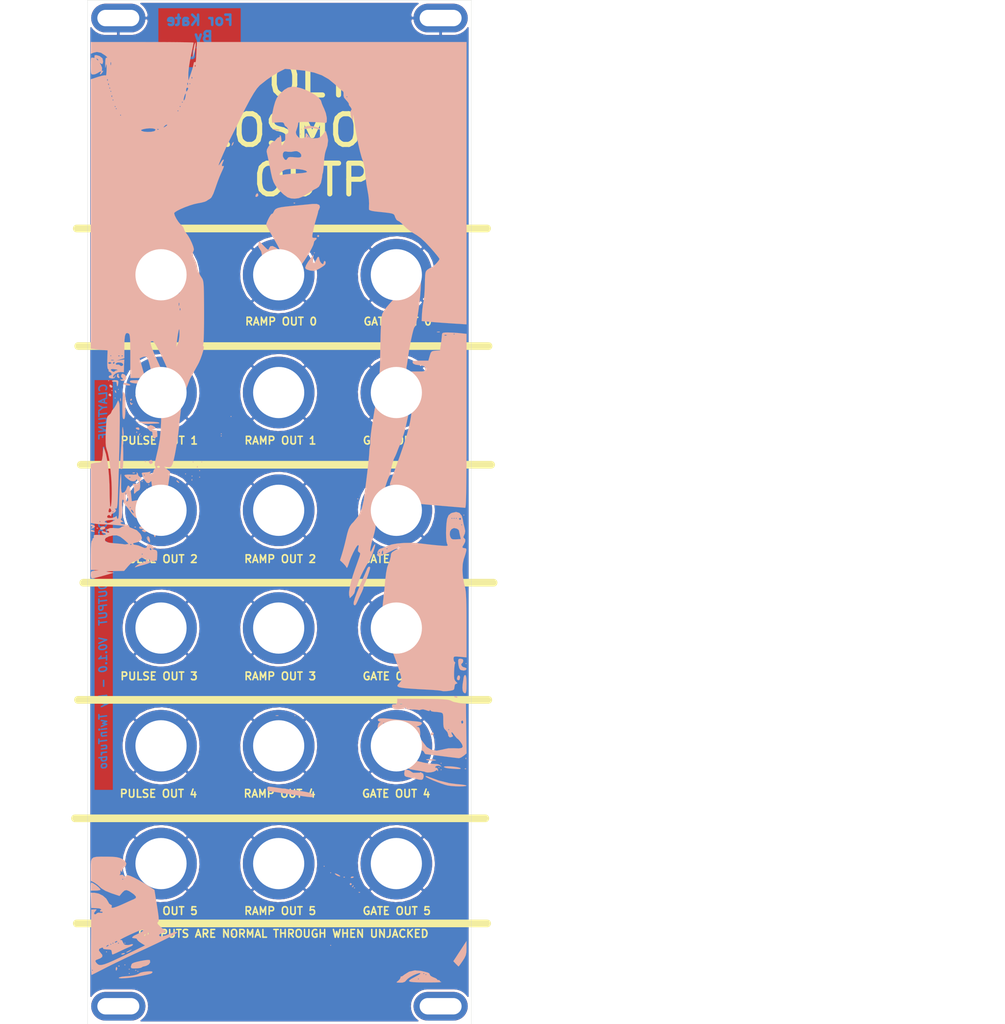
<source format=kicad_pcb>
(kicad_pcb (version 20171130) (host pcbnew "(5.1.7)-1")
  (layers (0 F.Cu signal) (31 B.Cu signal) (34 B.Paste user) (35 F.Paste user) (36 B.SilkS user) (37 F.SilkS user) (38 B.Mask user) (39 F.Mask user) (44 Edge.Cuts user))
  (net 0 "")
  (net 1 GND)
  (module AA-ROB-FULL:KT5_BS (layer F.Cu) (at 142.777 104.827)
    (fp_text reference G*** hide)
    (fp_text value LOGO hide)
  )
  (module AA-ROB-FULL:PANEL-LMNC (layer F.Cu) (at 118.605 178.761 180)
    (fp_text reference J2 hide)
    (fp_text value IN2)
    (pad 1 thru_hole circle (at -1.28 5.34 180) (size 14 14) (drill 10) (layers *.Cu *.Mask) (net 1 GND))
  )
  (module AA-ROB-FULL:PANEL-LMNC (layer F.Cu) (at 164.605 155.761 180)
    (fp_text reference J2 hide)
    (fp_text value IN2)
    (pad 1 thru_hole circle (at -1.28 5.34 180) (size 14 14) (drill 10) (layers *.Cu *.Mask) (net 1 GND))
  )
  (module AA-ROB-FULL:PANEL-LMNC (layer F.Cu) (at 141.605 155.761 180)
    (fp_text reference J2 hide)
    (fp_text value IN2)
    (pad 1 thru_hole circle (at -1.28 5.34 180) (size 14 14) (drill 10) (layers *.Cu *.Mask) (net 1 GND))
  )
  (module AA-ROB-FULL:PANEL-LMNC (layer F.Cu) (at 118.605 155.761 180)
    (fp_text reference J2 hide)
    (fp_text value IN2)
    (pad 1 thru_hole circle (at -1.28 5.34 180) (size 14 14) (drill 10) (layers *.Cu *.Mask) (net 1 GND))
  )
  (module AA-ROB-FULL:PANEL-LMNC (layer F.Cu) (at 164.605 178.761 180)
    (fp_text reference J2 hide)
    (fp_text value IN2)
    (pad 1 thru_hole circle (at -1.28 5.34 180) (size 14 14) (drill 10) (layers *.Cu *.Mask) (net 1 GND))
  )
  (module AA-ROB-FULL:PANEL-LMNC (layer F.Cu) (at 164.605 132.761 180)
    (fp_text reference J2 hide)
    (fp_text value IN2)
    (pad 1 thru_hole circle (at -1.28 5.34 180) (size 14 14) (drill 10) (layers *.Cu *.Mask) (net 1 GND))
  )
  (module AA-ROB-FULL:PANEL-LMNC (layer F.Cu) (at 141.605 178.761 180)
    (fp_text reference J2 hide)
    (fp_text value IN2)
    (pad 1 thru_hole circle (at -1.28 5.34 180) (size 14 14) (drill 10) (layers *.Cu *.Mask) (net 1 GND))
  )
  (module AA-ROB-FULL:PANEL-LMNC (layer F.Cu) (at 141.605 132.761 180)
    (fp_text reference J2 hide)
    (fp_text value IN2)
    (pad 1 thru_hole circle (at -1.28 5.34 180) (size 14 14) (drill 10) (layers *.Cu *.Mask) (net 1 GND))
  )
  (module AA-ROB-FULL:PANEL-LMNC (layer F.Cu) (at 118.605 132.761 180)
    (fp_text reference J2 hide)
    (fp_text value IN2)
    (pad 1 thru_hole circle (at -1.28 5.34 180) (size 14 14) (drill 10) (layers *.Cu *.Mask) (net 1 GND))
  )
  (module AA-ROB-FULL:PANEL-LMNC (layer F.Cu) (at 118.605 109.761 180)
    (fp_text reference J2 hide)
    (fp_text value IN2)
    (pad 1 thru_hole circle (at -1.28 5.34 180) (size 14 14) (drill 10) (layers *.Cu *.Mask) (net 1 GND))
  )
  (module AA-ROB-FULL:PANEL-LMNC (layer F.Cu) (at 164.605 109.761 180)
    (fp_text reference J2 hide)
    (fp_text value IN2)
    (pad 1 thru_hole circle (at -1.28 5.34 180) (size 14 14) (drill 10) (layers *.Cu *.Mask) (net 1 GND))
  )
  (module AA-ROB-FULL:PANEL-LMNC (layer F.Cu) (at 141.605 109.761 180)
    (fp_text reference J2 hide)
    (fp_text value IN2)
    (pad 1 thru_hole circle (at -1.28 5.34 180) (size 14 14) (drill 10) (layers *.Cu *.Mask) (net 1 GND))
  )
  (module AA-ROB-FULL:PANEL-LMNC (layer F.Cu) (at 164.605 86.761 180)
    (fp_text reference J2 hide)
    (fp_text value IN2)
    (pad 1 thru_hole circle (at -1.28 5.34 180) (size 14 14) (drill 10) (layers *.Cu *.Mask) (net 1 GND))
  )
  (module AA-ROB-FULL:PANEL-LMNC (layer F.Cu) (at 141.605 86.761 180)
    (fp_text reference J2 hide)
    (fp_text value IN2)
    (pad 1 thru_hole circle (at -1.28 5.34 180) (size 14 14) (drill 10) (layers *.Cu *.Mask) (net 1 GND))
  )
  (module AA-ROB-FULL:PANEL-LMNC (layer F.Cu) (at 118.605 86.761 180)
    (fp_text reference J2 hide)
    (fp_text value IN2)
    (pad 1 thru_hole circle (at -1.28 5.34 180) (size 14 14) (drill 10) (layers *.Cu *.Mask) (net 1 GND))
  )
  (module AA-ROB-FULL:PANEL-LMNC (layer F.Cu) (at 164.605 63.761 180)
    (fp_text reference J2 hide)
    (fp_text value IN2)
    (pad 1 thru_hole circle (at -1.28 5.34 180) (size 14 14) (drill 10) (layers *.Cu *.Mask) (net 1 GND))
  )
  (module AA-ROB-FULL:PANEL-LMNC (layer F.Cu) (at 141.605 63.761 180)
    (fp_text reference J2 hide)
    (fp_text value IN2)
    (pad 1 thru_hole circle (at -1.28 5.34 180) (size 14 14) (drill 10) (layers *.Cu *.Mask) (net 1 GND))
  )
  (module AA-ROB-FULL:PANEL-LMNC (layer F.Cu) (at 118.605 63.761 180)
    (fp_text reference J2 hide)
    (fp_text value IN2)
    (pad 1 thru_hole circle (at -1.28 5.34 180) (size 14 14) (drill 10) (layers *.Cu *.Mask) (net 1 GND))
  )
  (module MountingHole:MountingHole_3.2mm_M3_DIN965_Pad (layer F.Cu) (at 174.539 201.282)
    (fp_text reference H1 hide)
    (fp_text value MountingHole_Pad)
    (pad 1 thru_hole oval (at 0 0) (size 10.6 5.6) (drill oval 8.2 3.2) (layers *.Cu *.Mask))
  )
  (module MountingHole:MountingHole_3.2mm_M3_DIN965_Pad (layer F.Cu) (at 111.539 201.282)
    (fp_text reference H1 hide)
    (fp_text value MountingHole_Pad)
    (pad 1 thru_hole oval (at 0 0) (size 10.6 5.6) (drill oval 8.2 3.2) (layers *.Cu *.Mask))
  )
  (module MountingHole:MountingHole_3.2mm_M3_DIN965_Pad (layer F.Cu) (at 111.539 8.282)
    (fp_text reference H1 hide)
    (fp_text value MountingHole_Pad)
    (pad 1 thru_hole oval (at 0 0) (size 10.6 5.6) (drill oval 8.2 3.2) (layers *.Cu *.Mask) (net 1 GND))
  )
  (module MountingHole:MountingHole_3.2mm_M3_DIN965_Pad (layer F.Cu) (at 174.539 8.282)
    (fp_text reference H1 hide)
    (fp_text value MountingHole_Pad)
    (pad 1 thru_hole oval (at 0 0) (size 10.6 5.6) (drill oval 8.2 3.2) (layers *.Cu *.Mask) (net 1 GND))
  )
  (module ROBSLIBRARY:shoebw-cu (layer F.Cu) (at 128.036 196.342)
    (fp_text reference G*** hide)
    (fp_text value LOGO hide)
  )
  (module ROBSLIBRARY:GFX1FC (layer F.Cu) (at 119.305 29.642)
    (fp_text reference G*** hide)
    (fp_text value LOGO hide)
    (fp_poly (pts (xy -0.626714 -12.016411) (xy -0.613292 -11.967234) (xy -0.610211 -11.911306) (xy -0.587917 -11.778919) (xy -0.546647 -11.695695) (xy -0.5087 -11.630453) (xy -0.48597 -11.581469) (xy -0.483083 -11.569233) (xy -0.461179 -11.534612) (xy -0.400293 -11.483633) (xy -0.307662 -11.42114) (xy -0.190526 -11.351974) (xy -0.056123 -11.280977) (xy -0.040861 -11.273395) (xy 0.057472 -11.225952) (xy 0.139304 -11.188527) (xy 0.193633 -11.166042) (xy 0.208733 -11.161761) (xy 0.2554 -11.144212) (xy 0.320312 -11.099367) (xy 0.390665 -11.038935) (xy 0.453657 -10.974621) (xy 0.496485 -10.918132) (xy 0.507662 -10.888438) (xy 0.521635 -10.858842) (xy 0.529225 -10.856656) (xy 0.552358 -10.835935) (xy 0.583986 -10.784479) (xy 0.592377 -10.767667) (xy 0.614931 -10.704392) (xy 0.605764 -10.679246) (xy 0.567242 -10.692623) (xy 0.50173 -10.744918) (xy 0.49474 -10.751407) (xy 0.427252 -10.808212) (xy 0.347592 -10.866112) (xy 0.269419 -10.91621) (xy 0.206393 -10.949612) (xy 0.176974 -10.958358) (xy 0.127424 -10.971468) (xy 0.047089 -11.006561) (xy -0.052592 -11.057282) (xy -0.160182 -11.117278) (xy -0.264243 -11.180193) (xy -0.353335 -11.239673) (xy -0.4117 -11.285403) (xy -0.516734 -11.401558) (xy -0.600693 -11.537058) (xy -0.659293 -11.680328) (xy -0.688248 -11.819791) (xy -0.683274 -11.943872) (xy -0.671054 -11.986008) (xy -0.647259 -12.024255) (xy -0.626714 -12.016411)) (layer F.Cu) (width 0.01))
    (fp_poly (pts (xy -1.130404 -11.820393) (xy -1.113893 -11.769762) (xy -1.10077 -11.694935) (xy -1.09395 -11.60921) (xy -1.093573 -11.588019) (xy -1.072501 -11.50015) (xy -1.013226 -11.392605) (xy -0.920743 -11.272532) (xy -0.80005 -11.147078) (xy -0.758922 -11.109314) (xy -0.63225 -10.983665) (xy -0.520601 -10.848942) (xy -0.43101 -10.715351) (xy -0.370509 -10.593094) (xy -0.348217 -10.513413) (xy -0.334055 -10.432061) (xy -0.318622 -10.363198) (xy -0.316178 -10.354504) (xy -0.317062 -10.308987) (xy -0.347067 -10.296116) (xy -0.393281 -10.319921) (xy -0.401722 -10.327807) (xy -0.426495 -10.376656) (xy -0.432233 -10.415913) (xy -0.451627 -10.489331) (xy -0.507476 -10.589067) (xy -0.596284 -10.709983) (xy -0.714552 -10.846942) (xy -0.755372 -10.890515) (xy -0.920949 -11.076634) (xy -1.046044 -11.246078) (xy -1.127262 -11.38814) (xy -1.147118 -11.451079) (xy -1.161306 -11.538156) (xy -1.169159 -11.634632) (xy -1.170012 -11.725771) (xy -1.163198 -11.796836) (xy -1.148051 -11.833089) (xy -1.147389 -11.83353) (xy -1.130404 -11.820393)) (layer F.Cu) (width 0.01))
    (fp_poly (pts (xy 0.173733 -9.751618) (xy 0.16993 -9.70691) (xy 0.155454 -9.692292) (xy 0.129558 -9.662199) (xy 0.127127 -9.64683) (xy 0.1127 -9.614377) (xy 0.101701 -9.61081) (xy 0.07693 -9.617634) (xy 0.076276 -9.619617) (xy 0.086602 -9.645732) (xy 0.112195 -9.699406) (xy 0.11998 -9.714962) (xy 0.148944 -9.766679) (xy 0.16498 -9.775875) (xy 0.173733 -9.751618)) (layer F.Cu) (width 0.01))
    (fp_poly (pts (xy -0.057117 -9.503609) (xy 0.020983 -9.489186) (xy 0.072403 -9.468956) (xy 0.08795 -9.446037) (xy 0.075414 -9.431762) (xy 0.029475 -9.418141) (xy -0.044841 -9.410398) (xy -0.130907 -9.408486) (xy -0.212095 -9.412356) (xy -0.271781 -9.42196) (xy -0.292393 -9.432832) (xy -0.29781 -9.473437) (xy -0.255538 -9.499017) (xy -0.166646 -9.508989) (xy -0.152708 -9.509109) (xy -0.057117 -9.503609)) (layer F.Cu) (width 0.01))
    (fp_poly (pts (xy -0.046682 -9.272752) (xy -0.038138 -9.254854) (xy -0.067423 -9.23144) (xy -0.112611 -9.245937) (xy -0.127127 -9.254854) (xy -0.144031 -9.272381) (xy -0.117096 -9.27929) (xy -0.093845 -9.279891) (xy -0.046682 -9.272752)) (layer F.Cu) (width 0.01))
    (fp_poly (pts (xy 0.026826 -11.936175) (xy 0.039409 -11.927294) (xy 0.074467 -11.915215) (xy 0.146858 -11.902739) (xy 0.243128 -11.892006) (xy 0.279679 -11.889079) (xy 0.460434 -11.874677) (xy 0.596417 -11.860473) (xy 0.693698 -11.845657) (xy 0.758348 -11.829417) (xy 0.775475 -11.822768) (xy 0.828912 -11.799191) (xy 0.905539 -11.765566) (xy 0.942524 -11.749382) (xy 1.086635 -11.65992) (xy 1.211044 -11.530852) (xy 1.312411 -11.370717) (xy 1.387395 -11.188056) (xy 1.432655 -10.991408) (xy 1.44485 -10.789315) (xy 1.420639 -10.590316) (xy 1.411111 -10.551551) (xy 1.390558 -10.447106) (xy 1.376798 -10.3239) (xy 1.373274 -10.24009) (xy 1.368397 -10.145327) (xy 1.356026 -10.086457) (xy 1.338961 -10.067398) (xy 1.320004 -10.092068) (xy 1.305489 -10.145273) (xy 1.288023 -10.203811) (xy 1.267987 -10.235763) (xy 1.256526 -10.266436) (xy 1.248525 -10.332916) (xy 1.245846 -10.411711) (xy 1.242938 -10.49744) (xy 1.235354 -10.560752) (xy 1.225815 -10.586355) (xy 1.214394 -10.587433) (xy 1.200091 -10.571613) (xy 1.178905 -10.531293) (xy 1.146836 -10.458869) (xy 1.100465 -10.348148) (xy 1.070032 -10.277537) (xy 1.044166 -10.22206) (xy 1.041711 -10.217262) (xy 1.036629 -10.180614) (xy 1.071832 -10.161766) (xy 1.105626 -10.139232) (xy 1.099251 -10.111514) (xy 1.058778 -10.094584) (xy 1.046027 -10.093893) (xy 0.98595 -10.073948) (xy 0.946435 -10.026383) (xy 0.94074 -9.998598) (xy 0.933071 -9.969746) (xy 0.907999 -9.918309) (xy 0.862434 -9.838756) (xy 0.793282 -9.725556) (xy 0.744396 -9.647463) (xy 0.710152 -9.589195) (xy 0.673382 -9.521821) (xy 0.591482 -9.390689) (xy 0.488618 -9.263829) (xy 0.374523 -9.150412) (xy 0.258927 -9.059605) (xy 0.151564 -9.000578) (xy 0.104616 -8.985972) (xy 0.036732 -8.966518) (xy -0.004588 -8.949103) (xy -0.055618 -8.933924) (xy -0.138127 -8.920846) (xy -0.233694 -8.911476) (xy -0.323899 -8.907422) (xy -0.390322 -8.910293) (xy -0.406807 -8.913991) (xy -0.471496 -8.93933) (xy -0.556208 -8.975568) (xy -0.673774 -9.028191) (xy -0.754975 -9.074736) (xy -0.847491 -9.143175) (xy -0.944147 -9.226134) (xy -1.037766 -9.31624) (xy -1.121174 -9.406122) (xy -1.187196 -9.488406) (xy -1.228655 -9.555719) (xy -1.233976 -9.580334) (xy -1.138897 -9.580334) (xy -1.107222 -9.529419) (xy -1.086596 -9.503244) (xy -1.037115 -9.451426) (xy -1.002973 -9.432353) (xy -0.991592 -9.447217) (xy -1.009469 -9.496669) (xy -1.051445 -9.551718) (xy -1.093876 -9.585697) (xy -1.134508 -9.59976) (xy -1.138897 -9.580334) (xy -1.233976 -9.580334) (xy -1.238377 -9.60069) (xy -1.236114 -9.605987) (xy -1.244246 -9.637311) (xy -1.284816 -9.690485) (xy -1.349767 -9.756601) (xy -1.431042 -9.826751) (xy -1.447455 -9.839639) (xy -1.522109 -9.898046) (xy -1.570282 -9.939275) (xy -1.605973 -9.976927) (xy -1.643181 -10.024598) (xy -1.656848 -10.043043) (xy -1.737347 -10.186992) (xy -1.787277 -10.361662) (xy -1.80804 -10.57245) (xy -1.808838 -10.629194) (xy -1.803761 -10.775455) (xy -1.785811 -10.904536) (xy -1.750905 -11.03345) (xy -1.694961 -11.179211) (xy -1.65523 -11.269455) (xy -1.607012 -11.358849) (xy -1.568992 -11.400078) (xy -1.545649 -11.395502) (xy -1.54146 -11.347485) (xy -1.560905 -11.258388) (xy -1.571562 -11.225325) (xy -1.602221 -11.116363) (xy -1.62677 -10.991937) (xy -1.64437 -10.862802) (xy -1.654179 -10.73971) (xy -1.655357 -10.633417) (xy -1.647062 -10.554677) (xy -1.628454 -10.514243) (xy -1.627228 -10.513413) (xy -1.607665 -10.478424) (xy -1.601802 -10.434623) (xy -1.581907 -10.341174) (xy -1.529197 -10.238714) (xy -1.454134 -10.144933) (xy -1.40499 -10.101867) (xy -1.34558 -10.056648) (xy -1.304998 -10.024032) (xy -1.296697 -10.01642) (xy -1.268716 -9.995402) (xy -1.213975 -9.959887) (xy -1.191722 -9.946187) (xy -1.078138 -9.860111) (xy -0.972919 -9.74953) (xy -0.884295 -9.626342) (xy -0.820497 -9.50245) (xy -0.789754 -9.389751) (xy -0.788188 -9.362733) (xy -0.78501 -9.326125) (xy -0.771664 -9.293351) (xy -0.74243 -9.260424) (xy -0.69159 -9.22336) (xy -0.613425 -9.178172) (xy -0.502218 -9.120874) (xy -0.352249 -9.047482) (xy -0.299094 -9.02185) (xy -0.234808 -9.003888) (xy -0.167909 -9.003096) (xy -0.120815 -9.018967) (xy -0.114415 -9.026026) (xy -0.079928 -9.044575) (xy -0.026272 -9.051451) (xy 0.061286 -9.068956) (xy 0.166821 -9.115507) (xy 0.274507 -9.182158) (xy 0.368522 -9.259964) (xy 0.397962 -9.291281) (xy 0.455827 -9.365444) (xy 0.524666 -9.463521) (xy 0.590294 -9.565236) (xy 0.594828 -9.572672) (xy 0.692918 -9.734748) (xy 0.766544 -9.857438) (xy 0.817977 -9.944614) (xy 0.849488 -10.000144) (xy 0.863351 -10.0279) (xy 0.864464 -10.032019) (xy 0.841945 -10.042775) (xy 0.777091 -10.033316) (xy 0.673955 -10.004254) (xy 0.667897 -10.002307) (xy 0.597889 -9.981339) (xy 0.546865 -9.975332) (xy 0.495392 -9.98633) (xy 0.42404 -10.016376) (xy 0.391654 -10.031363) (xy 0.267025 -10.095088) (xy 0.18691 -10.149341) (xy 0.153456 -10.192612) (xy 0.152552 -10.199536) (xy 0.172731 -10.2184) (xy 0.220994 -10.216893) (xy 0.273668 -10.198073) (xy 0.425104 -10.141155) (xy 0.572033 -10.127488) (xy 0.650728 -10.14001) (xy 0.738176 -10.158968) (xy 0.818682 -10.169443) (xy 0.837541 -10.17017) (xy 0.897373 -10.182363) (xy 0.939378 -10.227732) (xy 0.951591 -10.250352) (xy 0.984194 -10.328804) (xy 0.983915 -10.380195) (xy 0.948161 -10.418309) (xy 0.916578 -10.436484) (xy 0.850181 -10.458067) (xy 0.748146 -10.470711) (xy 0.603481 -10.475237) (xy 0.586047 -10.475275) (xy 0.470586 -10.477619) (xy 0.384944 -10.484113) (xy 0.337423 -10.493946) (xy 0.33053 -10.500216) (xy 0.352401 -10.522548) (xy 0.40045 -10.538759) (xy 0.470966 -10.553403) (xy 0.558141 -10.572657) (xy 0.578793 -10.577382) (xy 0.701275 -10.598463) (xy 0.797872 -10.594804) (xy 0.88822 -10.564335) (xy 0.934606 -10.53988) (xy 1.042886 -10.477971) (xy 1.08401 -10.571968) (xy 1.106332 -10.646689) (xy 1.120236 -10.753546) (xy 1.126659 -10.900665) (xy 1.127213 -10.945645) (xy 1.127345 -11.07043) (xy 1.124017 -11.157246) (xy 1.114946 -11.218961) (xy 1.097848 -11.268442) (xy 1.07044 -11.318558) (xy 1.057292 -11.339739) (xy 1.000933 -11.420354) (xy 0.940903 -11.493106) (xy 0.916795 -11.517717) (xy 0.84948 -11.570459) (xy 0.765725 -11.623125) (xy 0.681849 -11.666759) (xy 0.614168 -11.692404) (xy 0.592581 -11.695695) (xy 0.543991 -11.70568) (xy 0.478277 -11.729892) (xy 0.474213 -11.731697) (xy 0.392879 -11.761597) (xy 0.317818 -11.780455) (xy 0.155363 -11.816001) (xy 0.041984 -11.860232) (xy -0.009489 -11.897287) (xy -0.041463 -11.934753) (xy -0.035341 -11.948986) (xy -0.023448 -11.94995) (xy 0.026826 -11.936175)) (layer F.Cu) (width 0.01))
    (fp_poly (pts (xy 1.573731 -11.976791) (xy 1.632982 -11.92719) (xy 1.701907 -11.84251) (xy 1.773061 -11.735556) (xy 1.838998 -11.619133) (xy 1.892274 -11.506045) (xy 1.925444 -11.409096) (xy 1.932715 -11.359367) (xy 1.941542 -11.298499) (xy 1.962968 -11.219663) (xy 1.969737 -11.199899) (xy 1.988007 -11.119693) (xy 2.000497 -11.005749) (xy 2.00714 -10.872062) (xy 2.007867 -10.732627) (xy 2.00261 -10.601439) (xy 1.991302 -10.492493) (xy 1.973875 -10.419784) (xy 1.97352 -10.41893) (xy 1.942204 -10.336557) (xy 1.911751 -10.244869) (xy 1.908406 -10.233733) (xy 1.869281 -10.11406) (xy 1.813523 -9.965476) (xy 1.778506 -9.877777) (xy 1.735141 -9.74418) (xy 1.713282 -9.61711) (xy 1.714966 -9.511606) (xy 1.723997 -9.475035) (xy 1.745038 -9.40302) (xy 1.754331 -9.343856) (xy 1.754354 -9.341858) (xy 1.772988 -9.288749) (xy 1.82427 -9.211865) (xy 1.901272 -9.119358) (xy 1.997063 -9.019382) (xy 2.104714 -8.92009) (xy 2.133887 -8.895311) (xy 2.251411 -8.795335) (xy 2.361085 -8.698386) (xy 2.456501 -8.610496) (xy 2.531251 -8.537698) (xy 2.578925 -8.486023) (xy 2.593393 -8.462796) (xy 2.584851 -8.444526) (xy 2.553339 -8.447311) (xy 2.49003 -8.472866) (xy 2.453553 -8.489978) (xy 2.37342 -8.527478) (xy 2.272533 -8.573541) (xy 2.199299 -8.606366) (xy 2.040148 -8.678088) (xy 1.91914 -8.735845) (xy 1.827283 -8.784753) (xy 1.755586 -8.829928) (xy 1.695057 -8.87649) (xy 1.644474 -8.922118) (xy 1.548737 -9.027951) (xy 1.477961 -9.144214) (xy 1.426814 -9.282961) (xy 1.389968 -9.456245) (xy 1.380631 -9.518754) (xy 1.38291 -9.623544) (xy 1.413867 -9.765681) (xy 1.473838 -9.94626) (xy 1.56316 -10.166373) (xy 1.617915 -10.289366) (xy 1.651135 -10.368599) (xy 1.672985 -10.432978) (xy 1.678078 -10.459487) (xy 1.692969 -10.503447) (xy 1.703503 -10.513413) (xy 1.712044 -10.543033) (xy 1.718861 -10.613895) (xy 1.723929 -10.716417) (xy 1.727224 -10.84102) (xy 1.728719 -10.978121) (xy 1.728391 -11.118141) (xy 1.726214 -11.251498) (xy 1.722162 -11.368611) (xy 1.716211 -11.4599) (xy 1.708336 -11.515784) (xy 1.706151 -11.522877) (xy 1.68458 -11.583959) (xy 1.658291 -11.665797) (xy 1.65012 -11.692702) (xy 1.623087 -11.767585) (xy 1.594553 -11.823743) (xy 1.585164 -11.835827) (xy 1.555231 -11.883711) (xy 1.53605 -11.936903) (xy 1.527148 -11.984333) (xy 1.541431 -11.992134) (xy 1.573731 -11.976791)) (layer F.Cu) (width 0.01))
    (fp_poly (pts (xy 0.738769 -9.175116) (xy 0.748976 -9.131335) (xy 0.754815 -9.054262) (xy 0.755153 -8.969779) (xy 0.759664 -8.85068) (xy 0.785865 -8.767138) (xy 0.84098 -8.705957) (xy 0.926686 -8.656539) (xy 1.003283 -8.626983) (xy 1.11402 -8.592288) (xy 1.243059 -8.556706) (xy 1.374563 -8.524491) (xy 1.492697 -8.499895) (xy 1.538238 -8.492303) (xy 1.765557 -8.436342) (xy 1.963332 -8.339252) (xy 2.13379 -8.199601) (xy 2.278752 -8.016586) (xy 2.343957 -7.894284) (xy 2.365422 -7.790217) (xy 2.342942 -7.69634) (xy 2.27631 -7.604608) (xy 2.267972 -7.596012) (xy 2.191763 -7.530859) (xy 2.115925 -7.497871) (xy 2.059459 -7.488219) (xy 1.973789 -7.486485) (xy 1.898751 -7.49748) (xy 1.881481 -7.503423) (xy 1.84832 -7.520127) (xy 1.84555 -7.533836) (xy 1.879247 -7.550787) (xy 1.952377 -7.576173) (xy 2.026893 -7.602359) (xy 2.078013 -7.622757) (xy 2.092216 -7.630721) (xy 2.107345 -7.657783) (xy 2.129379 -7.697202) (xy 2.154056 -7.754632) (xy 2.161161 -7.789798) (xy 2.143499 -7.830542) (xy 2.097247 -7.8933) (xy 2.032506 -7.967089) (xy 1.959377 -8.040925) (xy 1.88796 -8.103825) (xy 1.841767 -8.13711) (xy 1.759586 -8.180955) (xy 1.660137 -8.224307) (xy 1.560419 -8.260746) (xy 1.47743 -8.283856) (xy 1.440308 -8.288688) (xy 1.392984 -8.295257) (xy 1.313689 -8.315933) (xy 1.197467 -8.35217) (xy 1.039364 -8.405422) (xy 1.021356 -8.411637) (xy 0.858405 -8.488608) (xy 0.737258 -8.591407) (xy 0.65954 -8.717973) (xy 0.626875 -8.866246) (xy 0.626061 -8.913008) (xy 0.634958 -8.998125) (xy 0.654541 -9.078179) (xy 0.680312 -9.142716) (xy 0.707777 -9.181278) (xy 0.73244 -9.183409) (xy 0.738769 -9.175116)) (layer F.Cu) (width 0.01))
    (fp_poly (pts (xy -0.142 -8.161694) (xy -0.062479 -8.132492) (xy 0.048024 -8.08166) (xy 0.083498 -8.063924) (xy 0.219556 -7.997417) (xy 0.3766 -7.924534) (xy 0.528251 -7.857403) (xy 0.583209 -7.834166) (xy 0.834513 -7.722354) (xy 1.04102 -7.612326) (xy 1.208335 -7.499099) (xy 1.342061 -7.377692) (xy 1.4478 -7.243124) (xy 1.531155 -7.090412) (xy 1.589702 -6.939294) (xy 1.609405 -6.848058) (xy 1.621198 -6.726469) (xy 1.625359 -6.588194) (xy 1.622168 -6.4469) (xy 1.611902 -6.316256) (xy 1.594838 -6.209928) (xy 1.573557 -6.145672) (xy 1.542949 -6.102128) (xy 1.519289 -6.091642) (xy 1.517974 -6.092702) (xy 1.510592 -6.124102) (xy 1.504694 -6.194896) (xy 1.500997 -6.293636) (xy 1.5001 -6.377995) (xy 1.491057 -6.59359) (xy 1.461555 -6.775362) (xy 1.408032 -6.937447) (xy 1.326928 -7.093982) (xy 1.31477 -7.113709) (xy 1.22842 -7.233368) (xy 1.124063 -7.341303) (xy 0.994736 -7.442611) (xy 0.833478 -7.542389) (xy 0.633326 -7.645733) (xy 0.508508 -7.703961) (xy 0.422465 -7.747004) (xy 0.313748 -7.807161) (xy 0.193911 -7.877373) (xy 0.074508 -7.950582) (xy -0.032908 -8.01973) (xy -0.116784 -8.077758) (xy -0.160535 -8.11269) (xy -0.194442 -8.152475) (xy -0.187126 -8.168582) (xy -0.142 -8.161694)) (layer F.Cu) (width 0.01))
    (fp_poly (pts (xy -1.969328 -10.44257) (xy -1.960117 -10.415102) (xy -1.962588 -10.359005) (xy -1.976641 -10.265836) (xy -1.987421 -10.205738) (xy -1.999483 -10.012278) (xy -1.967698 -9.820651) (xy -1.917442 -9.690359) (xy -1.855291 -9.602632) (xy -1.747491 -9.496232) (xy -1.595243 -9.372248) (xy -1.452503 -9.268302) (xy -1.344627 -9.18905) (xy -1.236408 -9.103441) (xy -1.145636 -9.025752) (xy -1.117855 -8.999758) (xy -1.025332 -8.894519) (xy -0.949384 -8.779228) (xy -0.896099 -8.665874) (xy -0.871564 -8.566447) (xy -0.873263 -8.51802) (xy -0.875497 -8.469751) (xy -0.859172 -8.41528) (xy -0.819316 -8.342268) (xy -0.77468 -8.273411) (xy -0.721504 -8.191531) (xy -0.681647 -8.125241) (xy -0.662006 -8.086166) (xy -0.661061 -8.081918) (xy -0.644584 -8.059954) (xy -0.641992 -8.059733) (xy -0.619669 -8.04005) (xy -0.578081 -7.988128) (xy -0.525529 -7.914464) (xy -0.516099 -7.90053) (xy -0.446646 -7.803336) (xy -0.359589 -7.690195) (xy -0.271637 -7.582689) (xy -0.255414 -7.56377) (xy -0.094452 -7.37725) (xy 0.035288 -7.225428) (xy 0.136478 -7.105093) (xy 0.21179 -7.013031) (xy 0.263894 -6.946032) (xy 0.294118 -6.903003) (xy 0.341443 -6.83494) (xy 0.387225 -6.77778) (xy 0.387535 -6.777438) (xy 0.421177 -6.734081) (xy 0.432232 -6.709923) (xy 0.447294 -6.681781) (xy 0.486038 -6.628789) (xy 0.521221 -6.585185) (xy 0.570731 -6.522007) (xy 0.603039 -6.473263) (xy 0.61021 -6.455652) (xy 0.601392 -6.436164) (xy 0.572133 -6.438787) (xy 0.518227 -6.465826) (xy 0.435467 -6.519588) (xy 0.319646 -6.602378) (xy 0.254254 -6.650735) (xy 0.083274 -6.786382) (xy -0.0939 -6.941657) (xy -0.267888 -7.107219) (xy -0.429311 -7.273725) (xy -0.568791 -7.431833) (xy -0.67695 -7.572201) (xy -0.689985 -7.591287) (xy -0.849593 -7.844354) (xy -0.974485 -8.075735) (xy -1.027355 -8.190329) (xy -1.066566 -8.259668) (xy -1.126785 -8.343963) (xy -1.178766 -8.406445) (xy -1.27852 -8.499243) (xy -1.38512 -8.557947) (xy -1.508012 -8.584714) (xy -1.656639 -8.581703) (xy -1.8254 -8.554246) (xy -1.92713 -8.508308) (xy -2.009511 -8.420504) (xy -2.070235 -8.296881) (xy -2.106996 -8.143484) (xy -2.117484 -7.966358) (xy -2.1063 -7.818318) (xy -2.091398 -7.715549) (xy -2.076019 -7.62752) (xy -2.063056 -7.570454) (xy -2.060964 -7.564064) (xy -2.029859 -7.490452) (xy -1.984159 -7.39466) (xy -1.93204 -7.292549) (xy -1.881677 -7.199982) (xy -1.841247 -7.13282) (xy -1.831617 -7.119119) (xy -1.788342 -7.060178) (xy -1.729 -6.977019) (xy -1.659354 -6.877986) (xy -1.585165 -6.771427) (xy -1.512197 -6.665685) (xy -1.446211 -6.569107) (xy -1.392968 -6.490038) (xy -1.358232 -6.436823) (xy -1.347548 -6.418012) (xy -1.333651 -6.389424) (xy -1.322453 -6.374352) (xy -1.265136 -6.300214) (xy -1.197467 -6.207088) (xy -1.132799 -6.113838) (xy -1.084489 -6.039329) (xy -1.080212 -6.032182) (xy -1.044309 -5.978699) (xy -1.017023 -5.950734) (xy -1.013249 -5.949549) (xy -0.991302 -5.928884) (xy -0.980872 -5.905055) (xy -0.956582 -5.861) (xy -0.910166 -5.797596) (xy -0.877945 -5.758858) (xy -0.827679 -5.696148) (xy -0.795272 -5.645883) (xy -0.788676 -5.627494) (xy -0.772891 -5.593048) (xy -0.766692 -5.589356) (xy -0.741181 -5.564792) (xy -0.697558 -5.510209) (xy -0.645068 -5.43845) (xy -0.592958 -5.362357) (xy -0.550474 -5.294776) (xy -0.536365 -5.269419) (xy -0.523199 -5.224536) (xy -0.539969 -5.210191) (xy -0.576922 -5.225138) (xy -0.624302 -5.268131) (xy -0.635865 -5.282132) (xy -0.684085 -5.339961) (xy -0.750198 -5.414758) (xy -0.797679 -5.466466) (xy -0.871588 -5.549431) (xy -0.944146 -5.637143) (xy -0.978977 -5.682582) (xy -1.031915 -5.752045) (xy -1.079615 -5.809686) (xy -1.094922 -5.826262) (xy -1.133141 -5.868481) (xy -1.189009 -5.934409) (xy -1.235685 -5.991527) (xy -1.300054 -6.070722) (xy -1.381832 -6.170081) (xy -1.465617 -6.270913) (xy -1.483925 -6.292792) (xy -1.573178 -6.399394) (xy -1.638289 -6.477838) (xy -1.687791 -6.538933) (xy -1.730213 -6.593489) (xy -1.774088 -6.652313) (xy -1.827946 -6.726216) (xy -1.849844 -6.756417) (xy -1.909264 -6.840887) (xy -1.955051 -6.910733) (xy -1.98033 -6.955248) (xy -1.983183 -6.964058) (xy -2.002416 -6.994741) (xy -2.005696 -6.996229) (xy -2.034405 -7.024634) (xy -2.078577 -7.088419) (xy -2.132202 -7.17687) (xy -2.18927 -7.27927) (xy -2.243771 -7.384907) (xy -2.289696 -7.483065) (xy -2.317055 -7.551351) (xy -2.350451 -7.676454) (xy -2.370138 -7.814884) (xy -2.375835 -7.952634) (xy -2.367263 -8.075696) (xy -2.344143 -8.170065) (xy -2.32997 -8.19786) (xy -2.299829 -8.252767) (xy -2.288289 -8.290109) (xy -2.273427 -8.328186) (xy -2.235205 -8.391744) (xy -2.183171 -8.467496) (xy -2.126871 -8.542153) (xy -2.075852 -8.602429) (xy -2.04105 -8.634219) (xy -1.919427 -8.706528) (xy -1.825052 -8.754808) (xy -1.743403 -8.78403) (xy -1.659954 -8.799162) (xy -1.560181 -8.805173) (xy -1.539923 -8.805658) (xy -1.334835 -8.809909) (xy -1.156857 -8.67062) (xy -1.075084 -8.605403) (xy -1.008707 -8.550195) (xy -0.968056 -8.513684) (xy -0.961193 -8.506091) (xy -0.937358 -8.484857) (xy -0.927791 -8.499395) (xy -0.933776 -8.536311) (xy -0.95424 -8.578712) (xy -1.037042 -8.683879) (xy -1.150963 -8.791453) (xy -1.302016 -8.906599) (xy -1.454047 -9.007898) (xy -1.629246 -9.127528) (xy -1.785217 -9.249852) (xy -1.91504 -9.368608) (xy -2.011799 -9.477535) (xy -2.063946 -9.55996) (xy -2.127288 -9.724648) (xy -2.155299 -9.87157) (xy -2.153077 -9.957121) (xy -2.125471 -10.118873) (xy -2.093134 -10.255472) (xy -2.058198 -10.360463) (xy -2.022796 -10.427394) (xy -1.990322 -10.449849) (xy -1.969328 -10.44257)) (layer F.Cu) (width 0.01))
    (fp_poly (pts (xy 2.059963 -4.405833) (xy 2.100861 -4.387824) (xy 2.11031 -4.375192) (xy 2.129178 -4.352869) (xy 2.179487 -4.308472) (xy 2.251789 -4.250162) (xy 2.281932 -4.226917) (xy 2.366142 -4.160811) (xy 2.437906 -4.101) (xy 2.484762 -4.057971) (xy 2.491762 -4.050311) (xy 2.526973 -4.007715) (xy 2.582251 -3.940443) (xy 2.644314 -3.864664) (xy 2.702541 -3.793828) (xy 2.747825 -3.739429) (xy 2.770879 -3.712618) (xy 2.771371 -3.712112) (xy 2.796652 -3.674835) (xy 2.839872 -3.597894) (xy 2.897841 -3.487879) (xy 2.967367 -3.351378) (xy 3.045261 -3.194979) (xy 3.128332 -3.025274) (xy 3.213389 -2.84885) (xy 3.297242 -2.672296) (xy 3.3767 -2.502202) (xy 3.448574 -2.345158) (xy 3.509672 -2.207751) (xy 3.556803 -2.096571) (xy 3.571598 -2.059459) (xy 3.605373 -1.978022) (xy 3.651754 -1.873269) (xy 3.700864 -1.767495) (xy 3.702178 -1.764745) (xy 3.742842 -1.677708) (xy 3.773176 -1.608983) (xy 3.787808 -1.570851) (xy 3.788388 -1.567698) (xy 3.77336 -1.552154) (xy 3.740264 -1.567961) (xy 3.7246 -1.583699) (xy 3.58207 -1.772367) (xy 3.44744 -1.983183) (xy 3.40802 -2.05386) (xy 3.356901 -2.150243) (xy 3.298608 -2.263238) (xy 3.237666 -2.383752) (xy 3.1786 -2.502689) (xy 3.125936 -2.610955) (xy 3.084199 -2.699456) (xy 3.057914 -2.759099) (xy 3.051051 -2.779773) (xy 3.040823 -2.80928) (xy 3.013418 -2.873882) (xy 2.973751 -2.962871) (xy 2.926738 -3.065541) (xy 2.877295 -3.171186) (xy 2.830337 -3.269098) (xy 2.790781 -3.348571) (xy 2.782993 -3.3636) (xy 2.62542 -3.628967) (xy 2.433694 -3.893255) (xy 2.273814 -4.081293) (xy 2.190856 -4.174184) (xy 2.11863 -4.258766) (xy 2.065451 -4.325067) (xy 2.040894 -4.360595) (xy 2.022437 -4.401878) (xy 2.035526 -4.411038) (xy 2.059963 -4.405833)) (layer F.Cu) (width 0.01))
    (fp_poly (pts (xy -0.612556 -4.657634) (xy -0.600819 -4.633783) (xy -0.577269 -4.581405) (xy -0.541344 -4.51582) (xy -0.539665 -4.513013) (xy -0.497297 -4.41726) (xy -0.457623 -4.27816) (xy -0.422753 -4.103215) (xy -0.420482 -4.089424) (xy -0.415451 -4.046007) (xy -0.420974 -4.010272) (xy -0.443413 -3.972828) (xy -0.489131 -3.924286) (xy -0.56449 -3.855256) (xy -0.601368 -3.822457) (xy -0.987639 -3.464745) (xy -1.325479 -3.119905) (xy -1.615469 -2.787253) (xy -1.858188 -2.466101) (xy -2.054217 -2.155763) (xy -2.132815 -2.008608) (xy -2.186184 -1.904016) (xy -2.236767 -1.808132) (xy -2.276491 -1.73614) (xy -2.288281 -1.716216) (xy -2.320774 -1.655816) (xy -2.336975 -1.610525) (xy -2.337281 -1.607652) (xy -2.351202 -1.567991) (xy -2.384212 -1.505228) (xy -2.402703 -1.474674) (xy -2.440667 -1.409268) (xy -2.463393 -1.359943) (xy -2.466267 -1.347547) (xy -2.478933 -1.311692) (xy -2.51097 -1.251491) (xy -2.52983 -1.22042) (xy -2.568111 -1.151934) (xy -2.590757 -1.096257) (xy -2.593394 -1.081085) (xy -2.606966 -1.046927) (xy -2.618819 -1.042442) (xy -2.639907 -1.02129) (xy -2.644245 -0.994704) (xy -2.662711 -0.938528) (xy -2.682383 -0.915315) (xy -2.715019 -0.865115) (xy -2.720521 -0.835925) (xy -2.731786 -0.796331) (xy -2.745946 -0.788188) (xy -2.767035 -0.767036) (xy -2.771372 -0.74045) (xy -2.789838 -0.684273) (xy -2.80951 -0.661061) (xy -2.841498 -0.621132) (xy -2.847351 -0.60074) (xy -2.857816 -0.566884) (xy -2.886237 -0.498838) (xy -2.927748 -0.407856) (xy -2.958714 -0.343243) (xy -3.018177 -0.221129) (xy -3.089263 -0.074766) (xy -3.16151 0.074289) (xy -3.205518 0.165266) (xy -3.263655 0.28358) (xy -3.319469 0.393662) (xy -3.366279 0.482535) (xy -3.395356 0.533934) (xy -3.428276 0.590872) (xy -3.477902 0.68081) (xy -3.537601 0.791569) (xy -3.600743 0.910971) (xy -3.603017 0.915316) (xy -3.767832 1.228662) (xy -3.912276 1.499622) (xy -4.038161 1.731568) (xy -4.1473 1.927868) (xy -4.157011 1.945045) (xy -4.206576 2.032761) (xy -4.253695 2.11643) (xy -4.274291 2.153147) (xy -4.31726 2.227003) (xy -4.369211 2.3125) (xy -4.384521 2.336976) (xy -4.422636 2.400124) (xy -4.445991 2.444151) (xy -4.44945 2.45427) (xy -4.461995 2.481519) (xy -4.494969 2.539881) (xy -4.541379 2.617642) (xy -4.594234 2.703091) (xy -4.646541 2.784516) (xy -4.647235 2.78557) (xy -4.680514 2.845571) (xy -4.694695 2.87943) (xy -4.717737 2.916967) (xy -4.732095 2.923924) (xy -4.754216 2.943024) (xy -4.754555 2.947022) (xy -4.768376 2.974386) (xy -4.80746 3.038209) (xy -4.868238 3.133065) (xy -4.947141 3.253526) (xy -5.040599 3.394165) (xy -5.145043 3.549555) (xy -5.256905 3.714268) (xy -5.313914 3.79757) (xy -5.349447 3.847433) (xy -5.401004 3.917566) (xy -5.459779 3.99627) (xy -5.516966 4.071848) (xy -5.563758 4.1326) (xy -5.591348 4.166828) (xy -5.594106 4.16977) (xy -5.61589 4.195538) (xy -5.657902 4.248668) (xy -5.695127 4.296897) (xy -5.793871 4.421608) (xy -5.890993 4.53638) (xy -5.981524 4.636189) (xy -6.060496 4.71601) (xy -6.122941 4.770818) (xy -6.16389 4.795588) (xy -6.178379 4.785669) (xy -6.162669 4.752885) (xy -6.130599 4.712858) (xy -6.088727 4.660768) (xy -6.036896 4.587012) (xy -6.012383 4.549155) (xy -5.968516 4.482645) (xy -5.933444 4.435634) (xy -5.9211 4.423004) (xy -5.898199 4.397573) (xy -5.853428 4.340235) (xy -5.794199 4.260657) (xy -5.753279 4.204127) (xy -5.665913 4.084024) (xy -5.566193 3.949717) (xy -5.472717 3.826205) (xy -5.453754 3.801561) (xy -5.385354 3.712252) (xy -5.327033 3.634656) (xy -5.287068 3.579856) (xy -5.275776 3.563232) (xy -5.245093 3.520087) (xy -5.19584 3.456654) (xy -5.167718 3.421952) (xy -5.120188 3.358567) (xy -5.090314 3.307858) (xy -5.085085 3.290737) (xy -5.064666 3.255613) (xy -5.046947 3.24526) (xy -5.013228 3.217014) (xy -5.008809 3.201971) (xy -4.995065 3.164075) (xy -4.961078 3.106674) (xy -4.9517 3.093115) (xy -4.908914 3.029607) (xy -4.855488 2.945479) (xy -4.797827 2.851468) (xy -4.742337 2.758316) (xy -4.695423 2.676762) (xy -4.663492 2.617545) (xy -4.652853 2.592056) (xy -4.632724 2.567909) (xy -4.614715 2.558774) (xy -4.581044 2.532723) (xy -4.576577 2.519449) (xy -4.563816 2.48913) (xy -4.529186 2.425617) (xy -4.47817 2.338586) (xy -4.424024 2.250151) (xy -4.363355 2.151901) (xy -4.314123 2.070329) (xy -4.281739 2.014524) (xy -4.271472 1.993857) (xy -4.259169 1.967156) (xy -4.228182 1.91362) (xy -4.211967 1.887333) (xy -4.15952 1.798777) (xy -4.088103 1.670817) (xy -4.000979 1.509785) (xy -3.901408 1.322011) (xy -3.792652 1.113829) (xy -3.67797 0.891567) (xy -3.560623 0.661559) (xy -3.443874 0.430134) (xy -3.330981 0.203625) (xy -3.225207 -0.011638) (xy -3.129811 -0.209323) (xy -3.102421 -0.266967) (xy -3.006536 -0.46952) (xy -2.927188 -0.636774) (xy -2.85923 -0.779424) (xy -2.797515 -0.908166) (xy -2.736896 -1.033695) (xy -2.672225 -1.166706) (xy -2.598354 -1.317897) (xy -2.510138 -1.497961) (xy -2.502856 -1.512812) (xy -2.423296 -1.674036) (xy -2.347798 -1.825082) (xy -2.280275 -1.958277) (xy -2.224637 -2.065948) (xy -2.184794 -2.140421) (xy -2.169456 -2.167012) (xy -2.133144 -2.230822) (xy -2.112278 -2.278304) (xy -2.110311 -2.288183) (xy -2.093718 -2.328777) (xy -2.0472 -2.400552) (xy -1.975643 -2.497628) (xy -1.883937 -2.614122) (xy -1.776968 -2.744152) (xy -1.659625 -2.881836) (xy -1.536796 -3.021291) (xy -1.413368 -3.156635) (xy -1.294231 -3.281987) (xy -1.233409 -3.343443) (xy -1.141346 -3.433187) (xy -1.026676 -3.542459) (xy -0.90465 -3.656837) (xy -0.800443 -3.752862) (xy -0.546647 -3.984303) (xy -0.546647 -4.121531) (xy -0.557756 -4.255235) (xy -0.587258 -4.394624) (xy -0.629417 -4.51397) (xy -0.638114 -4.531737) (xy -0.656668 -4.588156) (xy -0.659537 -4.64271) (xy -0.646657 -4.67557) (xy -0.638601 -4.678278) (xy -0.612556 -4.657634)) (layer F.Cu) (width 0.01))
    (fp_poly (pts (xy 1.411526 -3.663938) (xy 1.446125 -3.60742) (xy 1.489177 -3.527163) (xy 1.5001 -3.505457) (xy 1.565995 -3.388445) (xy 1.657432 -3.247325) (xy 1.765098 -3.095015) (xy 1.879674 -2.944429) (xy 1.991847 -2.808484) (xy 2.047919 -2.745946) (xy 2.124257 -2.662446) (xy 2.202454 -2.574599) (xy 2.240437 -2.530798) (xy 2.322617 -2.441352) (xy 2.429521 -2.334476) (xy 2.54618 -2.224528) (xy 2.657629 -2.125866) (xy 2.695095 -2.094649) (xy 2.751527 -2.048089) (xy 2.78974 -2.015494) (xy 2.796796 -2.00896) (xy 2.83933 -1.971166) (xy 2.913167 -1.911633) (xy 3.008148 -1.838061) (xy 3.114111 -1.758147) (xy 3.220899 -1.679593) (xy 3.318349 -1.610096) (xy 3.368869 -1.57544) (xy 3.555944 -1.444727) (xy 3.700762 -1.330494) (xy 3.807182 -1.227803) (xy 3.879065 -1.131716) (xy 3.920273 -1.037295) (xy 3.934667 -0.939599) (xy 3.929772 -0.858013) (xy 3.909399 -0.77354) (xy 3.871748 -0.669736) (xy 3.824578 -0.564115) (xy 3.775645 -0.474195) (xy 3.736138 -0.42079) (xy 3.713857 -0.366651) (xy 3.721587 -0.295504) (xy 3.749441 -0.240044) (xy 3.77925 -0.175397) (xy 3.787579 -0.124711) (xy 3.810335 -0.046348) (xy 3.873661 0.004616) (xy 3.973496 0.02515) (xy 3.9887 0.025426) (xy 4.078548 0.035415) (xy 4.161838 0.060021) (xy 4.173954 0.065728) (xy 4.238353 0.090131) (xy 4.277185 0.08059) (xy 4.279478 0.07844) (xy 4.326165 0.054512) (xy 4.383558 0.050683) (xy 4.431369 0.065179) (xy 4.449449 0.093318) (xy 4.459634 0.138965) (xy 4.485972 0.209842) (xy 4.522139 0.292597) (xy 4.56181 0.373878) (xy 4.59866 0.440332) (xy 4.626365 0.478609) (xy 4.634077 0.483084) (xy 4.646709 0.461273) (xy 4.642425 0.405365) (xy 4.641439 0.400451) (xy 4.628201 0.326377) (xy 4.613682 0.230023) (xy 4.606772 0.177978) (xy 4.594573 0.097874) (xy 4.579563 0.056933) (xy 4.555291 0.043598) (xy 4.532082 0.044195) (xy 4.487453 0.032551) (xy 4.473059 -0.001002) (xy 4.497357 -0.036313) (xy 4.4981 -0.036778) (xy 4.522206 -0.066669) (xy 4.556786 -0.12604) (xy 4.574326 -0.160617) (xy 4.602629 -0.222335) (xy 4.614179 -0.268409) (xy 4.609299 -0.318193) (xy 4.58831 -0.391039) (xy 4.578661 -0.421087) (xy 4.549565 -0.515097) (xy 4.52513 -0.600567) (xy 4.513848 -0.645242) (xy 4.488813 -0.699361) (xy 4.437881 -0.773807) (xy 4.371562 -0.853403) (xy 4.364212 -0.861358) (xy 4.248108 -0.988545) (xy 4.166447 -1.084995) (xy 4.116318 -1.154471) (xy 4.094808 -1.200739) (xy 4.093493 -1.211371) (xy 4.109506 -1.237893) (xy 4.154466 -1.228563) (xy 4.223752 -1.185729) (xy 4.312745 -1.111737) (xy 4.340328 -1.085982) (xy 4.419006 -1.014601) (xy 4.495069 -0.951711) (xy 4.549887 -0.912366) (xy 4.610573 -0.857584) (xy 4.661104 -0.782897) (xy 4.667141 -0.769898) (xy 4.714637 -0.64057) (xy 4.750295 -0.50756) (xy 4.772573 -0.381678) (xy 4.77993 -0.273735) (xy 4.770825 -0.194541) (xy 4.75381 -0.161978) (xy 4.743151 -0.127704) (xy 4.762068 -0.070487) (xy 4.812862 0.015303) (xy 4.846162 0.063922) (xy 4.873665 0.110244) (xy 4.918856 0.194672) (xy 4.977803 0.309287) (xy 5.046573 0.446172) (xy 5.121232 0.597406) (xy 5.197847 0.755071) (xy 5.272485 0.911248) (xy 5.341212 1.05802) (xy 5.357458 1.093294) (xy 5.402307 1.190469) (xy 5.456599 1.307284) (xy 5.505144 1.411112) (xy 5.551721 1.51131) (xy 5.59502 1.606087) (xy 5.626007 1.675665) (xy 5.62705 1.678079) (xy 5.656956 1.7462) (xy 5.69906 1.840601) (xy 5.744447 1.9413) (xy 5.746146 1.945045) (xy 5.791573 2.045603) (xy 5.834195 2.140631) (xy 5.865046 2.210136) (xy 5.865869 2.212012) (xy 5.898852 2.286227) (xy 5.94147 2.380787) (xy 5.968796 2.440841) (xy 6.041927 2.60427) (xy 6.100007 2.742502) (xy 6.121561 2.796797) (xy 6.145193 2.853444) (xy 6.181579 2.936548) (xy 6.215946 3.012913) (xy 6.25535 3.100278) (xy 6.288366 3.175185) (xy 6.305752 3.216317) (xy 6.324793 3.264464) (xy 6.355957 3.343553) (xy 6.392783 3.437193) (xy 6.395908 3.445146) (xy 6.44081 3.556527) (xy 6.488734 3.670922) (xy 6.525508 3.755033) (xy 6.558432 3.83379) (xy 6.580106 3.897108) (xy 6.585185 3.922748) (xy 6.596798 3.972057) (xy 6.62754 4.050444) (xy 6.671266 4.142865) (xy 6.688522 4.175782) (xy 6.709291 4.239856) (xy 6.712312 4.269626) (xy 6.72391 4.318443) (xy 6.737737 4.335035) (xy 6.759403 4.371043) (xy 6.763163 4.398039) (xy 6.774252 4.451958) (xy 6.801372 4.521345) (xy 6.805603 4.530022) (xy 6.849412 4.618461) (xy 6.874849 4.673872) (xy 6.886814 4.70844) (xy 6.890207 4.734351) (xy 6.89029 4.740635) (xy 6.899854 4.78857) (xy 6.923164 4.855035) (xy 6.925984 4.86175) (xy 6.955681 4.940925) (xy 6.985499 5.034839) (xy 6.992446 5.05966) (xy 7.015417 5.140827) (xy 7.036439 5.208317) (xy 7.042267 5.224925) (xy 7.090495 5.363459) (xy 7.125086 5.483205) (xy 7.142923 5.572798) (xy 7.14467 5.59845) (xy 7.153112 5.654757) (xy 7.16997 5.682583) (xy 7.188266 5.716943) (xy 7.195395 5.773298) (xy 7.206893 5.819334) (xy 7.239854 5.905109) (xy 7.291974 6.025405) (xy 7.360954 6.175006) (xy 7.44449 6.348692) (xy 7.489147 6.439215) (xy 7.581869 6.625575) (xy 7.655304 6.772599) (xy 7.712716 6.886529) (xy 7.757371 6.973605) (xy 7.792532 7.040068) (xy 7.821464 7.092159) (xy 7.847432 7.13612) (xy 7.8737 7.17819) (xy 7.884637 7.195287) (xy 7.918277 7.250852) (xy 7.965275 7.332337) (xy 8.009585 7.411512) (xy 8.064982 7.511935) (xy 8.121586 7.614358) (xy 8.157094 7.678479) (xy 8.194852 7.746964) (xy 8.223205 7.800386) (xy 8.250145 7.854784) (xy 8.283664 7.926196) (xy 8.321809 8.009009) (xy 8.363332 8.105745) (xy 8.400154 8.202204) (xy 8.416122 8.250551) (xy 8.459595 8.379759) (xy 8.503406 8.466857) (xy 8.553365 8.520294) (xy 8.615282 8.548514) (xy 8.62228 8.550257) (xy 8.722872 8.59777) (xy 8.813923 8.684104) (xy 8.887389 8.797249) (xy 8.935231 8.925197) (xy 8.949749 9.039254) (xy 8.949749 9.127728) (xy 9.116478 9.127728) (xy 9.276849 9.145939) (xy 9.423563 9.203549) (xy 9.566612 9.305024) (xy 9.617603 9.351672) (xy 9.697197 9.437208) (xy 9.752689 9.522501) (xy 9.78803 9.619431) (xy 9.807172 9.739874) (xy 9.814066 9.895708) (xy 9.81434 9.943013) (xy 9.811049 10.105137) (xy 9.798839 10.235589) (xy 9.774435 10.353234) (xy 9.734569 10.476937) (xy 9.711013 10.538839) (xy 9.690639 10.592636) (xy 9.661851 10.670815) (xy 9.647469 10.710461) (xy 9.618615 10.779455) (xy 9.59271 10.823172) (xy 9.581931 10.831232) (xy 9.56407 10.852557) (xy 9.55996 10.882083) (xy 9.551007 10.923423) (xy 9.538615 10.932933) (xy 9.513593 10.953451) (xy 9.488331 10.996451) (xy 9.432325 11.084756) (xy 9.344546 11.18303) (xy 9.23486 11.283815) (xy 9.113132 11.379657) (xy 8.989227 11.463099) (xy 8.87301 11.526686) (xy 8.774347 11.562961) (xy 8.731347 11.568569) (xy 8.679929 11.577229) (xy 8.659323 11.590814) (xy 8.629392 11.604771) (xy 8.561915 11.622288) (xy 8.46975 11.64019) (xy 8.439113 11.645176) (xy 8.354602 11.656943) (xy 8.276496 11.663675) (xy 8.193907 11.665152) (xy 8.095949 11.66115) (xy 7.971737 11.651448) (xy 7.810383 11.635824) (xy 7.767931 11.631478) (xy 7.705563 11.621935) (xy 7.624392 11.603152) (xy 7.513658 11.572423) (xy 7.409706 11.541421) (xy 7.329271 11.521229) (xy 7.286251 11.523139) (xy 7.271894 11.547935) (xy 7.271671 11.553796) (xy 7.252281 11.624572) (xy 7.204429 11.696055) (xy 7.143595 11.748097) (xy 7.112762 11.760618) (xy 7.026572 11.770117) (xy 6.944008 11.755792) (xy 6.856276 11.713471) (xy 6.75458 11.638985) (xy 6.637979 11.535527) (xy 6.57727 11.48041) (xy 6.546159 11.458307) (xy 6.538245 11.466312) (xy 6.544518 11.493113) (xy 6.580719 11.694965) (xy 6.566542 11.893385) (xy 6.50242 12.086948) (xy 6.388786 12.27423) (xy 6.263524 12.417572) (xy 6.086945 12.570338) (xy 5.890423 12.699426) (xy 5.689449 12.795358) (xy 5.593593 12.827515) (xy 5.488425 12.858056) (xy 5.380387 12.890541) (xy 5.335927 12.904345) (xy 5.196199 12.932182) (xy 5.028697 12.940706) (xy 4.850465 12.931241) (xy 4.678546 12.905108) (xy 4.529984 12.86363) (xy 4.468863 12.837077) (xy 4.41837 12.817792) (xy 4.39759 12.814415) (xy 4.362228 12.799048) (xy 4.297909 12.757793) (xy 4.214233 12.697921) (xy 4.120796 12.626703) (xy 4.027196 12.551409) (xy 3.943029 12.47931) (xy 3.89009 12.429955) (xy 3.821131 12.359275) (xy 3.733628 12.265873) (xy 3.642261 12.165524) (xy 3.604172 12.12273) (xy 3.453457 11.97218) (xy 3.294804 11.850164) (xy 3.138736 11.764196) (xy 3.063763 11.736724) (xy 3.002208 11.7247) (xy 2.908039 11.713203) (xy 2.799466 11.704365) (xy 2.776277 11.703033) (xy 2.649391 11.700305) (xy 2.564992 11.709841) (xy 2.515619 11.734354) (xy 2.493812 11.77656) (xy 2.490883 11.806867) (xy 2.475005 11.870522) (xy 2.452745 11.910315) (xy 2.423102 11.966073) (xy 2.415415 12.00172) (xy 2.397724 12.049546) (xy 2.364564 12.08979) (xy 2.326463 12.134243) (xy 2.313713 12.16518) (xy 2.29456 12.20666) (xy 2.245886 12.263274) (xy 2.180869 12.322542) (xy 2.11269 12.371985) (xy 2.073398 12.392745) (xy 1.996416 12.412651) (xy 1.87874 12.427802) (xy 1.730304 12.438187) (xy 1.561043 12.443792) (xy 1.380892 12.444608) (xy 1.199784 12.440622) (xy 1.027656 12.431821) (xy 0.874441 12.418194) (xy 0.750074 12.39973) (xy 0.724624 12.39435) (xy 0.545643 12.328129) (xy 0.390689 12.21838) (xy 0.263733 12.068302) (xy 0.21391 11.982886) (xy 0.146019 11.874396) (xy 0.135534 11.861926) (xy 2.223257 11.861926) (xy 2.243584 11.873541) (xy 2.249255 11.873674) (xy 2.281303 11.852428) (xy 2.288288 11.822823) (xy 2.283317 11.781441) (xy 2.27647 11.771972) (xy 2.256772 11.791436) (xy 2.237437 11.822823) (xy 2.223257 11.861926) (xy 0.135534 11.861926) (xy 0.06241 11.774967) (xy -0.022722 11.700568) (xy -0.05415 11.681328) (xy -0.158188 11.633957) (xy -0.200301 11.61942) (xy 2.591089 11.61942) (xy 2.808482 11.61942) (xy 2.929713 11.622325) (xy 3.019246 11.633339) (xy 3.096021 11.655909) (xy 3.157636 11.682983) (xy 3.232611 11.717554) (xy 3.28903 11.740639) (xy 3.30987 11.746547) (xy 3.34549 11.761695) (xy 3.406026 11.808197) (xy 3.493157 11.887637) (xy 3.608564 12.0016) (xy 3.753924 12.151671) (xy 3.877377 12.282228) (xy 4.029225 12.432031) (xy 4.183088 12.561823) (xy 4.331943 12.666909) (xy 4.468765 12.742593) (xy 4.586532 12.784181) (xy 4.638093 12.790776) (xy 4.712513 12.799238) (xy 4.767267 12.814415) (xy 4.833396 12.828835) (xy 4.935722 12.834952) (xy 5.060308 12.832977) (xy 5.193219 12.823124) (xy 5.318185 12.806016) (xy 5.406723 12.788273) (xy 5.474633 12.770631) (xy 5.506757 12.757174) (xy 5.546706 12.740191) (xy 5.567575 12.738139) (xy 5.60891 12.727409) (xy 5.681674 12.698905) (xy 5.772099 12.658157) (xy 5.798523 12.645397) (xy 5.958098 12.550559) (xy 6.112873 12.428639) (xy 6.250363 12.291412) (xy 6.358081 12.150654) (xy 6.398299 12.079737) (xy 6.42949 12.01141) (xy 6.449634 11.95016) (xy 6.46104 11.881738) (xy 6.46602 11.791894) (xy 6.466883 11.666378) (xy 6.466853 11.656905) (xy 6.465381 11.529894) (xy 6.460452 11.440212) (xy 6.449706 11.374348) (xy 6.430781 11.318792) (xy 6.401316 11.260033) (xy 6.395737 11.249921) (xy 6.353788 11.175959) (xy 6.333493 11.141867) (xy 6.498573 11.141867) (xy 6.510206 11.176656) (xy 6.542334 11.230796) (xy 6.590501 11.298091) (xy 6.65025 11.372349) (xy 6.717123 11.447374) (xy 6.786664 11.516973) (xy 6.854416 11.574952) (xy 6.859481 11.578794) (xy 6.967506 11.645655) (xy 7.054338 11.667345) (xy 7.121789 11.644044) (xy 7.154333 11.607602) (xy 7.186634 11.539237) (xy 7.193362 11.480718) (xy 7.174302 11.445796) (xy 7.156912 11.441442) (xy 7.102038 11.429799) (xy 7.074279 11.417806) (xy 7.032633 11.396642) (xy 6.986322 11.373733) (xy 7.337844 11.373733) (xy 7.366506 11.42326) (xy 7.43341 11.441436) (xy 7.434965 11.441442) (xy 7.4905 11.451155) (xy 7.514484 11.464263) (xy 7.553626 11.481906) (xy 7.620715 11.497271) (xy 7.64034 11.500146) (xy 7.733838 11.515849) (xy 7.824507 11.536486) (xy 7.831031 11.538286) (xy 7.951762 11.558928) (xy 8.103177 11.565191) (xy 8.267351 11.557631) (xy 8.426358 11.536802) (xy 8.515904 11.517092) (xy 8.625278 11.484881) (xy 8.730741 11.44864) (xy 8.809575 11.416178) (xy 8.809967 11.415989) (xy 8.878419 11.385346) (xy 8.928807 11.367248) (xy 8.94027 11.365166) (xy 8.976241 11.349339) (xy 9.015528 11.318638) (xy 9.074182 11.270167) (xy 9.136278 11.225715) (xy 9.201729 11.168248) (xy 9.278613 11.07831) (xy 9.36031 10.966508) (xy 9.440204 10.843452) (xy 9.511677 10.71975) (xy 9.568112 10.606011) (xy 9.602892 10.512841) (xy 9.610811 10.464989) (xy 9.6221 10.411587) (xy 9.646183 10.353242) (xy 9.661461 10.297389) (xy 9.673414 10.203961) (xy 9.681722 10.08615) (xy 9.68606 9.957142) (xy 9.686107 9.830128) (xy 9.68154 9.718296) (xy 9.672037 9.634835) (xy 9.664465 9.605474) (xy 9.597219 9.492123) (xy 9.490458 9.387428) (xy 9.355516 9.299522) (xy 9.203725 9.236536) (xy 9.122192 9.216386) (xy 9.047317 9.212445) (xy 8.995371 9.23861) (xy 8.98898 9.244683) (xy 8.958797 9.280418) (xy 8.966837 9.304862) (xy 8.991424 9.324523) (xy 9.023774 9.353008) (xy 9.014713 9.372245) (xy 8.994244 9.384714) (xy 8.957733 9.428759) (xy 8.949749 9.46421) (xy 8.943023 9.517626) (xy 8.925639 9.599295) (xy 8.907976 9.667364) (xy 8.861304 9.789446) (xy 8.798817 9.867466) (xy 8.713834 9.907388) (xy 8.629387 9.915916) (xy 8.512617 9.89126) (xy 8.408124 9.817965) (xy 8.317191 9.697038) (xy 8.292474 9.651077) (xy 8.232531 9.558609) (xy 8.154561 9.497689) (xy 8.127881 9.484112) (xy 8.028297 9.424593) (xy 7.965661 9.351455) (xy 7.933203 9.252954) (xy 7.924178 9.130759) (xy 7.924842 9.108368) (xy 8.017678 9.108368) (xy 8.039344 9.223345) (xy 8.086809 9.307846) (xy 8.136587 9.365753) (xy 8.169376 9.379161) (xy 8.181818 9.348388) (xy 8.17635 9.29935) (xy 8.162935 9.227437) (xy 8.146032 9.131126) (xy 8.135066 9.066023) (xy 8.119963 8.98399) (xy 8.106089 8.924483) (xy 8.098071 8.90321) (xy 8.082025 8.916395) (xy 8.056107 8.96391) (xy 8.045221 8.988576) (xy 8.017678 9.108368) (xy 7.924842 9.108368) (xy 7.927223 9.028201) (xy 7.941906 8.953597) (xy 7.973973 8.884394) (xy 7.996218 8.848048) (xy 8.039614 8.771151) (xy 8.060344 8.701466) (xy 8.064743 8.613982) (xy 8.063845 8.581082) (xy 8.05698 8.483475) (xy 8.045261 8.39485) (xy 8.036016 8.352253) (xy 8.019424 8.289678) (xy 7.996689 8.196745) (xy 7.972529 8.092777) (xy 7.970839 8.085286) (xy 7.94289 7.970798) (xy 7.908059 7.84219) (xy 7.870195 7.71225) (xy 7.83315 7.593768) (xy 7.800777 7.499535) (xy 7.777608 7.443639) (xy 7.757899 7.386927) (xy 7.754754 7.361869) (xy 7.745103 7.315569) (xy 7.72112 7.247284) (xy 7.713092 7.22804) (xy 7.681316 7.153145) (xy 7.655743 7.090346) (xy 7.652121 7.080981) (xy 7.617884 7.000491) (xy 7.567718 6.894278) (xy 7.510497 6.781012) (xy 7.501111 6.763164) (xy 7.464703 6.691331) (xy 7.436431 6.630455) (xy 7.433459 6.623324) (xy 7.420294 6.603858) (xy 7.411174 6.626581) (xy 7.404491 6.692378) (xy 7.404925 6.775536) (xy 7.415893 6.844159) (xy 7.422866 6.862328) (xy 7.440188 6.919783) (xy 7.449259 6.99883) (xy 7.449649 7.017418) (xy 7.456437 7.098212) (xy 7.473226 7.165067) (xy 7.477905 7.175259) (xy 7.49411 7.224927) (xy 7.511579 7.308945) (xy 7.527045 7.411015) (xy 7.529845 7.434198) (xy 7.552227 7.628654) (xy 7.57001 7.782104) (xy 7.584334 7.904069) (xy 7.59634 8.004067) (xy 7.607168 8.091619) (xy 7.617958 8.176246) (xy 7.627633 8.250551) (xy 7.641296 8.386004) (xy 7.651508 8.551652) (xy 7.65838 8.739578) (xy 7.662019 8.941862) (xy 7.662535 9.150588) (xy 7.660036 9.357837) (xy 7.654631 9.555692) (xy 7.646429 9.736234) (xy 7.635538 9.891547) (xy 7.622067 10.013711) (xy 7.606125 10.09481) (xy 7.602137 10.106777) (xy 7.585055 10.177871) (xy 7.576893 10.263292) (xy 7.576776 10.273163) (xy 7.574775 10.330749) (xy 7.567409 10.393905) (xy 7.552638 10.47395) (xy 7.52842 10.582207) (xy 7.499067 10.704105) (xy 7.47576 10.802074) (xy 7.453293 10.900747) (xy 7.449027 10.920221) (xy 7.417792 11.061071) (xy 7.39322 11.162897) (xy 7.372467 11.236632) (xy 7.352688 11.293205) (xy 7.350654 11.298338) (xy 7.337844 11.373733) (xy 6.986322 11.373733) (xy 6.958068 11.359757) (xy 6.863474 11.313503) (xy 6.814014 11.289489) (xy 6.714338 11.24031) (xy 6.6286 11.196373) (xy 6.569679 11.164351) (xy 6.554623 11.155115) (xy 6.511893 11.132622) (xy 6.498573 11.141867) (xy 6.333493 11.141867) (xy 6.319963 11.119139) (xy 6.306213 11.098199) (xy 6.273134 11.046717) (xy 6.22375 10.959864) (xy 6.163548 10.848212) (xy 6.098016 10.722335) (xy 6.032643 10.592803) (xy 5.972916 10.470191) (xy 5.924323 10.365072) (xy 5.916889 10.348149) (xy 5.883151 10.270975) (xy 5.84157 10.176466) (xy 5.821936 10.132032) (xy 5.781696 10.039834) (xy 5.743591 9.950449) (xy 5.729243 9.915916) (xy 5.698367 9.844387) (xy 5.671126 9.787422) (xy 5.668638 9.782778) (xy 5.647553 9.718901) (xy 5.644444 9.688933) (xy 5.633783 9.640757) (xy 5.620975 9.624733) (xy 5.59927 9.591621) (xy 5.580768 9.534022) (xy 5.563117 9.479118) (xy 5.54589 9.473344) (xy 5.529932 9.514982) (xy 5.51609 9.602313) (xy 5.508822 9.680193) (xy 5.493676 9.849168) (xy 5.474399 10.019847) (xy 5.452425 10.182925) (xy 5.429188 10.329094) (xy 5.406123 10.449047) (xy 5.384664 10.533479) (xy 5.372603 10.564265) (xy 5.327526 10.659472) (xy 5.28637 10.764366) (xy 5.278879 10.786737) (xy 5.246503 10.824718) (xy 5.200547 10.82636) (xy 5.171356 10.801409) (xy 5.147724 10.749424) (xy 5.126924 10.672749) (xy 5.108741 10.568373) (xy 5.092961 10.433287) (xy 5.07937 10.264478) (xy 5.067753 10.058937) (xy 5.057897 9.813653) (xy 5.049586 9.525617) (xy 5.042606 9.191816) (xy 5.038474 8.934548) (xy 5.033397 8.619832) (xy 5.027968 8.354696) (xy 5.02214 8.13787) (xy 5.015863 7.968086) (xy 5.009091 7.844073) (xy 5.001776 7.764561) (xy 4.993869 7.728281) (xy 4.992934 7.726841) (xy 4.967616 7.676397) (xy 4.950532 7.614915) (xy 4.933058 7.535149) (xy 4.912325 7.457417) (xy 5.129841 7.457417) (xy 5.130201 7.598608) (xy 5.131729 7.713691) (xy 5.134484 7.8062) (xy 5.138521 7.879667) (xy 5.143897 7.937628) (xy 5.150669 7.983616) (xy 5.158894 8.021165) (xy 5.168628 8.053808) (xy 5.179927 8.08508) (xy 5.184899 8.097998) (xy 5.239667 8.247172) (xy 5.272878 8.357096) (xy 5.281614 8.397058) (xy 5.298292 8.453257) (xy 5.316845 8.481192) (xy 5.334442 8.514795) (xy 5.339339 8.555077) (xy 5.347193 8.626663) (xy 5.366794 8.678963) (xy 5.38819 8.695496) (xy 5.39294 8.671266) (xy 5.396408 8.603333) (xy 5.398488 8.49883) (xy 5.399076 8.364892) (xy 5.398063 8.208651) (xy 5.396806 8.117067) (xy 5.39301 7.942517) (xy 5.38763 7.777855) (xy 5.381111 7.632368) (xy 5.373895 7.515344) (xy 5.366425 7.43607) (xy 5.363388 7.416617) (xy 5.353766 7.341865) (xy 5.345949 7.231842) (xy 5.340809 7.102119) (xy 5.339192 6.984385) (xy 5.336852 6.845956) (xy 5.330626 6.709431) (xy 5.321511 6.592096) (xy 5.31246 6.521622) (xy 5.30299 6.44854) (xy 5.292366 6.335384) (xy 5.281406 6.192891) (xy 5.270931 6.031799) (xy 5.261761 5.862847) (xy 5.261038 5.847848) (xy 5.248359 5.583523) (xy 5.23766 5.365483) (xy 5.228636 5.189212) (xy 5.220981 5.050195) (xy 5.214392 4.943917) (xy 5.208562 4.865862) (xy 5.203186 4.811517) (xy 5.19796 4.776365) (xy 5.192579 4.755891) (xy 5.186737 4.745581) (xy 5.186552 4.745381) (xy 5.181938 4.76535) (xy 5.176946 4.831213) (xy 5.171742 4.938019) (xy 5.166493 5.080816) (xy 5.161363 5.25465) (xy 5.15652 5.45457) (xy 5.152129 5.675622) (xy 5.149057 5.8641) (xy 5.143593 6.236151) (xy 5.138958 6.560892) (xy 5.135209 6.841854) (xy 5.132402 7.082574) (xy 5.130593 7.286583) (xy 5.129841 7.457417) (xy 4.912325 7.457417) (xy 4.91036 7.45005) (xy 4.910241 7.44965) (xy 4.887406 7.373039) (xy 4.858341 7.275707) (xy 4.841931 7.220821) (xy 4.813788 7.120991) (xy 4.788671 7.022356) (xy 4.778944 6.97928) (xy 4.760102 6.896803) (xy 4.734212 6.793204) (xy 4.716128 6.725025) (xy 4.689543 6.626075) (xy 4.665099 6.532425) (xy 4.652796 6.483484) (xy 4.608715 6.301284) (xy 4.574591 6.156702) (xy 4.547926 6.038054) (xy 4.526223 5.933655) (xy 4.506985 5.831821) (xy 4.487715 5.720867) (xy 4.480234 5.676114) (xy 4.463471 5.596092) (xy 4.44431 5.53365) (xy 4.436501 5.517205) (xy 4.419635 5.471624) (xy 4.401839 5.395603) (xy 4.39214 5.33934) (xy 4.364632 5.158685) (xy 4.340871 5.015631) (xy 4.318555 4.89729) (xy 4.295378 4.790775) (xy 4.289844 4.767268) (xy 4.269381 4.691832) (xy 4.25292 4.659335) (xy 4.238996 4.671638) (xy 4.226141 4.730605) (xy 4.212889 4.838096) (xy 4.209721 4.868969) (xy 4.194681 5.000783) (xy 4.174273 5.154359) (xy 4.150518 5.316713) (xy 4.125443 5.474862) (xy 4.101068 5.615821) (xy 4.079419 5.726606) (xy 4.06914 5.771021) (xy 4.0514 5.846825) (xy 4.030258 5.946118) (xy 4.016935 6.013114) (xy 3.985086 6.17393) (xy 3.953042 6.326742) (xy 3.923398 6.459744) (xy 3.898746 6.561128) (xy 3.888084 6.599703) (xy 3.870775 6.680314) (xy 3.864664 6.747571) (xy 3.854619 6.820378) (xy 3.837439 6.868228) (xy 3.816993 6.92246) (xy 3.795379 7.003656) (xy 3.785483 7.05089) (xy 3.766545 7.151587) (xy 3.747697 7.251459) (xy 3.741286 7.285315) (xy 3.72441 7.358074) (xy 3.706715 7.411079) (xy 3.70271 7.418867) (xy 3.687383 7.460273) (xy 3.669042 7.532435) (xy 3.658613 7.583202) (xy 3.623873 7.759297) (xy 3.589257 7.912127) (xy 3.548595 8.068888) (xy 3.54759 8.072573) (xy 3.500574 8.248243) (xy 3.464579 8.391406) (xy 3.43665 8.513121) (xy 3.418639 8.583254) (xy 3.4011 8.632829) (xy 3.398061 8.638549) (xy 3.382787 8.678682) (xy 3.363719 8.748675) (xy 3.354462 8.789142) (xy 3.318676 8.946391) (xy 3.279382 9.095857) (xy 3.240391 9.22943) (xy 3.21209 9.329229) (xy 3.186842 9.427842) (xy 3.177058 9.470971) (xy 3.156814 9.555671) (xy 3.128833 9.65844) (xy 3.112813 9.712513) (xy 3.085913 9.810248) (xy 3.064738 9.905328) (xy 3.057741 9.947857) (xy 3.044379 10.013425) (xy 3.026706 10.05397) (xy 3.02294 10.057416) (xy 3.005701 10.090774) (xy 2.999299 10.139889) (xy 2.98552 10.215263) (xy 2.962062 10.271872) (xy 2.934999 10.345116) (xy 2.924825 10.416568) (xy 2.916946 10.477644) (xy 2.899163 10.512976) (xy 2.898498 10.513414) (xy 2.880505 10.547511) (xy 2.872204 10.608135) (xy 2.872172 10.61026) (xy 2.859678 10.690727) (xy 2.834935 10.754955) (xy 2.806739 10.828353) (xy 2.797697 10.886938) (xy 2.78848 10.943276) (xy 2.771371 10.971071) (xy 2.754054 11.004942) (xy 2.746016 11.06633) (xy 2.745946 11.072773) (xy 2.739896 11.134979) (xy 2.725155 11.171351) (xy 2.723403 11.172694) (xy 2.704482 11.204728) (xy 2.686242 11.266302) (xy 2.682989 11.282252) (xy 2.666383 11.351218) (xy 2.648368 11.398574) (xy 2.645284 11.403304) (xy 2.628006 11.443596) (xy 2.610926 11.510194) (xy 2.608269 11.524074) (xy 2.591089 11.61942) (xy -0.200301 11.61942) (xy -0.259316 11.599049) (xy -0.34981 11.577514) (xy -0.421947 11.570262) (xy -0.468004 11.578204) (xy -0.480258 11.602249) (xy -0.460798 11.633404) (xy -0.429329 11.677719) (xy -0.389478 11.746621) (xy -0.349801 11.823464) (xy -0.318855 11.891603) (xy -0.305195 11.934393) (xy -0.305105 11.936278) (xy -0.283963 11.968989) (xy -0.23278 12.006379) (xy -0.169919 12.037547) (xy -0.113744 12.051592) (xy -0.110755 12.051652) (xy -0.076016 12.065924) (xy -0.009714 12.104575) (xy 0.079118 12.161357) (xy 0.181449 12.230022) (xy 0.288246 12.304324) (xy 0.390479 12.378014) (xy 0.479115 12.444845) (xy 0.545123 12.498569) (xy 0.572072 12.523991) (xy 0.605321 12.552429) (xy 0.663381 12.596163) (xy 0.732978 12.645893) (xy 0.800838 12.69232) (xy 0.853688 12.726144) (xy 0.877741 12.738139) (xy 0.905197 12.750553) (xy 0.959767 12.782022) (xy 0.991591 12.801702) (xy 1.063396 12.840318) (xy 1.125901 12.86287) (xy 1.143639 12.865266) (xy 1.185228 12.875819) (xy 1.194995 12.890691) (xy 1.216661 12.910129) (xy 1.255652 12.916117) (xy 1.322355 12.927985) (xy 1.389135 12.954098) (xy 1.47033 12.982541) (xy 1.554806 12.991171) (xy 1.62279 12.979099) (xy 1.643897 12.965553) (xy 1.678831 12.955315) (xy 1.758502 12.945966) (xy 1.876799 12.937964) (xy 2.027608 12.931769) (xy 2.127987 12.929176) (xy 2.294758 12.925158) (xy 2.419021 12.920429) (xy 2.509116 12.914039) (xy 2.573386 12.905039) (xy 2.620171 12.892478) (xy 2.657815 12.875408) (xy 2.671948 12.867246) (xy 2.737819 12.828867) (xy 2.78986 12.800934) (xy 2.796796 12.797645) (xy 2.871431 12.742845) (xy 2.935209 12.660191) (xy 2.973654 12.570465) (xy 2.978729 12.536512) (xy 2.979129 12.418161) (xy 2.967095 12.340973) (xy 2.9413 12.296489) (xy 2.941048 12.296255) (xy 2.867484 12.243717) (xy 2.77909 12.201253) (xy 2.699415 12.179659) (xy 2.684815 12.178779) (xy 2.635874 12.170874) (xy 2.618819 12.154889) (xy 2.596425 12.137151) (xy 2.541332 12.124384) (xy 2.529298 12.123107) (xy 2.467545 12.109646) (xy 2.442512 12.08961) (xy 2.457322 12.072606) (xy 2.511396 12.068024) (xy 2.588367 12.077832) (xy 2.677324 12.097165) (xy 2.7603 12.121185) (xy 2.819331 12.145052) (xy 2.833663 12.154812) (xy 2.879351 12.177255) (xy 2.897227 12.179625) (xy 2.949309 12.197627) (xy 3.004472 12.238747) (xy 3.043449 12.286498) (xy 3.051051 12.311253) (xy 3.067735 12.360129) (xy 3.079384 12.37492) (xy 3.089732 12.414942) (xy 3.084538 12.484805) (xy 3.067533 12.567293) (xy 3.042452 12.645191) (xy 3.013024 12.701282) (xy 3.007136 12.708173) (xy 2.979436 12.746734) (xy 2.974774 12.762001) (xy 2.954897 12.78694) (xy 2.903964 12.828064) (xy 2.83503 12.876251) (xy 2.761147 12.92238) (xy 2.695367 12.957329) (xy 2.695095 12.957454) (xy 2.629984 12.986365) (xy 2.548629 13.021387) (xy 2.52983 13.029331) (xy 2.453068 13.062383) (xy 2.388447 13.091465) (xy 2.376393 13.097182) (xy 2.333008 13.105128) (xy 2.24934 13.109944) (xy 2.135849 13.111819) (xy 2.002993 13.110946) (xy 1.861233 13.107513) (xy 1.721027 13.101713) (xy 1.592836 13.093735) (xy 1.487117 13.083771) (xy 1.461962 13.080509) (xy 1.376849 13.063025) (xy 1.306394 13.039198) (xy 1.284683 13.027488) (xy 1.229935 12.999592) (xy 1.196851 12.992393) (xy 1.153067 12.982312) (xy 1.085346 12.956628) (xy 1.008162 12.922178) (xy 0.935988 12.885798) (xy 0.883297 12.854325) (xy 0.864464 12.835376) (xy 0.844655 12.815373) (xy 0.836234 12.814415) (xy 0.806761 12.800597) (xy 0.748226 12.764543) (xy 0.67238 12.71435) (xy 0.590973 12.658116) (xy 0.515757 12.603939) (xy 0.45848 12.559918) (xy 0.432232 12.53599) (xy 0.404903 12.512593) (xy 0.346014 12.46758) (xy 0.265789 12.408309) (xy 0.174455 12.342141) (xy 0.08224 12.276434) (xy -0.000632 12.218547) (xy -0.063934 12.175841) (xy -0.093674 12.157519) (xy -0.164918 12.133471) (xy -0.211515 12.127928) (xy -0.247492 12.132727) (xy -0.268989 12.155163) (xy -0.282722 12.207297) (xy -0.291851 12.272234) (xy -0.323333 12.414328) (xy -0.385803 12.572465) (xy -0.482562 12.754725) (xy -0.503145 12.789501) (xy -0.559102 12.883092) (xy -0.617387 12.981006) (xy -0.635636 13.011778) (xy -0.695311 13.090188) (xy -0.756583 13.121107) (xy -0.824249 13.104472) (xy -0.903102 13.040216) (xy -0.933104 13.007747) (xy -1.006323 12.902856) (xy -1.067171 12.775904) (xy -1.107247 12.647387) (xy -1.109581 12.628544) (xy -1.037991 12.628544) (xy -0.994 12.774993) (xy -0.978436 12.806713) (xy -0.928728 12.886172) (xy -0.869089 12.960024) (xy -0.810744 13.016163) (xy -0.764914 13.042481) (xy -0.759304 13.043117) (xy -0.738354 13.022876) (xy -0.707415 12.972802) (xy -0.701025 12.960611) (xy -0.65728 12.878528) (xy -0.613699 12.801702) (xy -0.576828 12.736134) (xy -0.529785 12.648099) (xy -0.497511 12.585586) (xy -0.455757 12.503367) (xy -0.420749 12.434526) (xy -0.403962 12.401597) (xy -0.391218 12.352051) (xy -0.38303 12.272923) (xy -0.381382 12.217262) (xy -0.381382 12.077078) (xy -0.507008 12.077078) (xy -0.582834 12.081827) (xy -0.63564 12.093923) (xy -0.648349 12.102503) (xy -0.684195 12.12383) (xy -0.713633 12.127928) (xy -0.772682 12.148232) (xy -0.845788 12.202438) (xy -0.921447 12.28049) (xy -0.982085 12.362608) (xy -1.034032 12.489538) (xy -1.037991 12.628544) (xy -1.109581 12.628544) (xy -1.118719 12.554802) (xy -1.10447 12.476101) (xy -1.06766 12.377276) (xy -1.017192 12.278147) (xy -0.961968 12.198538) (xy -0.955391 12.191179) (xy -0.874779 12.123395) (xy -0.772048 12.062763) (xy -0.666233 12.018755) (xy -0.57637 12.000842) (xy -0.572806 12.000801) (xy -0.501246 11.996365) (xy -0.447823 11.985671) (xy -0.447206 11.985438) (xy -0.42175 11.952757) (xy -0.426949 11.893209) (xy -0.456975 11.815354) (xy -0.506001 11.727749) (xy -0.568201 11.638954) (xy -0.637748 11.557526) (xy -0.708814 11.492025) (xy -0.775572 11.451008) (xy -0.817579 11.441442) (xy -0.850133 11.427558) (xy -0.913714 11.390311) (xy -0.998268 11.336307) (xy -1.093741 11.272156) (xy -1.190079 11.204462) (xy -1.277229 11.139835) (xy -1.281408 11.136615) (xy -1.384902 11.079342) (xy -1.490637 11.05913) (xy -1.587529 11.074763) (xy -1.664491 11.125024) (xy -1.701661 11.182739) (xy -1.716145 11.230168) (xy -1.717191 11.28224) (xy -1.703451 11.353927) (xy -1.677946 11.445489) (xy -1.647694 11.550202) (xy -1.620623 11.648224) (xy -1.602403 11.719011) (xy -1.601906 11.721122) (xy -1.578595 11.811622) (xy -1.553169 11.8991) (xy -1.540766 11.997536) (xy -1.550876 12.122289) (xy -1.579531 12.256267) (xy -1.622762 12.382373) (xy -1.676602 12.483516) (xy -1.694124 12.506312) (xy -1.77059 12.574665) (xy -1.881323 12.647586) (xy -2.011275 12.717238) (xy -2.145397 12.775784) (xy -2.268642 12.815388) (xy -2.301001 12.822359) (xy -2.477855 12.843316) (xy -2.65778 12.844123) (xy -2.829794 12.826394) (xy -2.982919 12.791746) (xy -3.106172 12.741794) (xy -3.173805 12.693928) (xy -3.22532 12.65417) (xy -3.255478 12.635889) (xy -3.318584 12.581063) (xy -3.383737 12.489825) (xy -3.444366 12.375881) (xy -3.4939 12.252936) (xy -3.525768 12.134693) (xy -3.534134 12.054732) (xy -3.541816 11.995427) (xy -3.55956 11.962663) (xy -3.578052 11.928205) (xy -3.584985 11.873947) (xy -3.5984 11.80084) (xy -3.633894 11.701336) (xy -3.684341 11.590667) (xy -3.742615 11.484063) (xy -3.801588 11.396757) (xy -3.816923 11.378222) (xy -3.92944 11.271543) (xy -4.045375 11.208972) (xy -4.176673 11.184487) (xy -4.202898 11.183659) (xy -4.290866 11.187551) (xy -4.364131 11.199319) (xy -4.391748 11.208947) (xy -4.426137 11.23949) (xy -4.46809 11.300579) (xy -4.52026 11.396958) (xy -4.585296 11.53337) (xy -4.635387 11.644985) (xy -4.707571 11.773625) (xy -4.798126 11.882897) (xy -4.895002 11.958816) (xy -4.914419 11.968929) (xy -5.033665 12.009639) (xy -5.17865 12.036566) (xy -5.325302 12.046157) (xy -5.407658 12.041705) (xy -5.598183 12.018182) (xy -5.746306 11.996672) (xy -5.860335 11.975443) (xy -5.94858 11.952762) (xy -6.01935 11.926896) (xy -6.065703 11.904501) (xy -6.124678 11.875135) (xy -6.191567 11.844195) (xy -6.332728 11.764475) (xy -6.476985 11.653951) (xy -6.605767 11.527819) (xy -6.661622 11.459533) (xy -6.718435 11.382417) (xy -6.796131 11.2763) (xy -6.885798 11.153387) (xy -6.978522 11.025883) (xy -7.009497 10.983191) (xy -7.243117 10.660979) (xy -7.486243 10.643889) (xy -7.658126 10.623699) (xy -7.796535 10.585396) (xy -7.917269 10.521495) (xy -8.036125 10.424512) (xy -8.113874 10.346521) (xy -8.202161 10.26011) (xy -8.268925 10.211383) (xy -8.320696 10.19561) (xy -8.322134 10.195596) (xy -8.377045 10.204281) (xy -8.402683 10.220341) (xy -8.434125 10.246679) (xy -8.492214 10.280107) (xy -8.505885 10.286802) (xy -8.562668 10.321564) (xy -8.59248 10.355065) (xy -8.593794 10.361342) (xy -8.573501 10.392) (xy -8.521639 10.434274) (xy -8.48151 10.45997) (xy -8.396356 10.518399) (xy -8.305946 10.593068) (xy -8.265394 10.631698) (xy -8.210184 10.690706) (xy -8.179113 10.738161) (xy -8.16525 10.792677) (xy -8.161669 10.87287) (xy -8.161562 10.910669) (xy -8.163845 11.007205) (xy -8.174364 11.071294) (xy -8.198618 11.121267) (xy -8.240472 11.17359) (xy -8.290587 11.225526) (xy -8.336345 11.252208) (xy -8.398065 11.261768) (xy -8.462944 11.262618) (xy -8.573895 11.252988) (xy -8.653896 11.219223) (xy -8.720743 11.151671) (xy -8.752713 11.10545) (xy -8.784514 11.040906) (xy -8.797198 10.986179) (xy -8.808674 10.937134) (xy -8.822623 10.920221) (xy -8.837358 10.887646) (xy -8.846535 10.822187) (xy -8.847296 10.800225) (xy -8.758022 10.800225) (xy -8.731612 10.952687) (xy -8.666471 11.087731) (xy -8.654656 11.104001) (xy -8.605028 11.158461) (xy -8.552186 11.182274) (xy -8.480346 11.187188) (xy -8.400545 11.18025) (xy -8.345204 11.151947) (xy -8.303662 11.108961) (xy -8.245653 11.006912) (xy -8.237008 10.899725) (xy -8.276825 10.789951) (xy -8.3642 10.680138) (xy -8.49191 10.577102) (xy -8.584082 10.518769) (xy -8.646238 10.495294) (xy -8.687679 10.509292) (xy -8.717708 10.563375) (xy -8.742408 10.647474) (xy -8.758022 10.800225) (xy -8.847296 10.800225) (xy -8.848048 10.778535) (xy -8.843012 10.693496) (xy -8.830266 10.623091) (xy -8.822623 10.602058) (xy -8.788725 10.534721) (xy -8.771772 10.501046) (xy -8.75094 10.450004) (xy -8.757985 10.41566) (xy -8.800188 10.383436) (xy -8.841692 10.360984) (xy -8.909772 10.322292) (xy -8.991234 10.271287) (xy -9.074991 10.215574) (xy -9.132255 10.175231) (xy -8.110711 10.175231) (xy -8.092348 10.209532) (xy -8.044793 10.264018) (xy -7.979348 10.328117) (xy -7.907315 10.391258) (xy -7.839996 10.442867) (xy -7.796764 10.468919) (xy -7.70039 10.51263) (xy -7.630881 10.538338) (xy -7.570095 10.551709) (xy -7.513214 10.557503) (xy -7.413451 10.559204) (xy -7.359719 10.546152) (xy -7.347948 10.526365) (xy -7.368009 10.491478) (xy -7.420841 10.438902) (xy -7.495417 10.376787) (xy -7.580711 10.313282) (xy -7.665696 10.256536) (xy -7.739347 10.2147) (xy -7.790636 10.195921) (xy -7.795487 10.195596) (xy -7.84769 10.185587) (xy -7.869169 10.170171) (xy -7.902008 10.153147) (xy -7.961211 10.145299) (xy -8.02812 10.146236) (xy -8.084077 10.155566) (xy -8.110422 10.172898) (xy -8.110711 10.175231) (xy -9.132255 10.175231) (xy -9.149954 10.162762) (xy -9.205035 10.120457) (xy -9.229144 10.096266) (xy -9.22943 10.094986) (xy -9.244792 10.068245) (xy -9.282219 10.02229) (xy -9.286637 10.017358) (xy -9.37784 9.884772) (xy -9.444587 9.723453) (xy -9.456078 9.6678) (xy -8.288689 9.6678) (xy -8.285458 9.762549) (xy -8.277014 9.841209) (xy -8.265999 9.88448) (xy -8.239581 9.941393) (xy -8.215694 9.998549) (xy -8.198237 10.035126) (xy -8.173509 10.056048) (xy -8.12864 10.065674) (xy -8.050759 10.06836) (xy -8.009209 10.068469) (xy -7.912966 10.071791) (xy -7.832801 10.080499) (xy -7.786192 10.092663) (xy -7.734161 10.118746) (xy -7.662744 10.151899) (xy -7.649076 10.157994) (xy -7.584767 10.195018) (xy -7.505921 10.252523) (xy -7.422796 10.321344) (xy -7.345653 10.392314) (xy -7.284751 10.456267) (xy -7.250349 10.504037) (xy -7.246247 10.5179) (xy -7.23662 10.539895) (xy -7.200444 10.54807) (xy -7.126775 10.544497) (xy -7.112763 10.543169) (xy -7.015404 10.531678) (xy -6.923066 10.517705) (xy -6.890755 10.51164) (xy -6.835984 10.493643) (xy -6.754114 10.459014) (xy -6.656156 10.413327) (xy -6.553121 10.362157) (xy -6.456021 10.311078) (xy -6.375866 10.265664) (xy -6.323666 10.231492) (xy -6.309743 10.217484) (xy -6.280478 10.196033) (xy -6.271605 10.194912) (xy -6.235192 10.179339) (xy -6.178757 10.140996) (xy -6.154968 10.122104) (xy -6.067994 10.04998) (xy -6.134199 10.01473) (xy -6.179296 9.988463) (xy -6.257283 9.940751) (xy -6.35831 9.877705) (xy -6.472529 9.805437) (xy -6.50858 9.782433) (xy -6.619969 9.712139) (xy -6.716575 9.652919) (xy -6.790163 9.609688) (xy -6.832496 9.587364) (xy -6.838692 9.585386) (xy -6.868478 9.567609) (xy -6.869103 9.566317) (xy -6.897616 9.538912) (xy -6.96038 9.495717) (xy -7.046157 9.443672) (xy -7.143712 9.389718) (xy -7.208108 9.356915) (xy -7.389848 9.277027) (xy -7.549648 9.228322) (xy -7.702241 9.206758) (xy -7.762124 9.204834) (xy -7.924731 9.219146) (xy -8.056419 9.267022) (xy -8.168195 9.353254) (xy -8.209953 9.39975) (xy -8.252979 9.457368) (xy -8.276718 9.510584) (xy -8.286755 9.578412) (xy -8.288689 9.6678) (xy -9.456078 9.6678) (xy -9.479901 9.552422) (xy -9.483684 9.480195) (xy -9.474037 9.351217) (xy -9.448338 9.200277) (xy -9.411451 9.051762) (xy -9.37916 8.956107) (xy -9.350257 8.883189) (xy -9.333746 8.841692) (xy -9.313917 8.79634) (xy -9.277507 8.716896) (xy -9.22995 8.615107) (xy -9.18374 8.517518) (xy -9.129296 8.401669) (xy -9.079918 8.293761) (xy -9.041672 8.207213) (xy -9.022886 8.161636) (xy -8.997779 8.051194) (xy -9.007051 7.955004) (xy -9.047882 7.883107) (xy -9.111307 7.846947) (xy -9.156289 7.8187) (xy -8.656965 7.8187) (xy -8.628813 7.863355) (xy -8.616637 7.879937) (xy -8.557616 7.935978) (xy -8.483435 7.957568) (xy -8.385204 7.945658) (xy -8.289539 7.914992) (xy -8.192825 7.874429) (xy -8.089925 7.825025) (xy -8.05986 7.809105) (xy -7.971203 7.760457) (xy -7.883739 7.712394) (xy -7.856457 7.69738) (xy -7.800917 7.664308) (xy -7.716558 7.611174) (xy -7.614257 7.545147) (xy -7.504889 7.473395) (xy -7.399333 7.403085) (xy -7.308466 7.341386) (xy -7.243164 7.295464) (xy -7.220833 7.278511) (xy -7.169257 7.237798) (xy -7.131832 7.2094) (xy -7.098536 7.181532) (xy -7.106014 7.171896) (xy -7.125821 7.170779) (xy -7.186897 7.18204) (xy -7.21481 7.193751) (xy -7.258795 7.212465) (xy -7.336583 7.241136) (xy -7.433484 7.274412) (xy -7.462363 7.283932) (xy -7.562013 7.317595) (xy -7.646708 7.348253) (xy -7.701752 7.370528) (xy -7.709916 7.374565) (xy -7.76064 7.395101) (xy -7.782349 7.398799) (xy -7.82288 7.408416) (xy -7.885792 7.432049) (xy -7.897109 7.436937) (xy -7.981574 7.473986) (xy -8.071391 7.513105) (xy -8.078929 7.516372) (xy -8.149818 7.548074) (xy -8.246407 7.592535) (xy -8.348568 7.640483) (xy -8.35492 7.643499) (xy -8.443073 7.684186) (xy -8.513914 7.714673) (xy -8.55466 7.729514) (xy -8.558324 7.730138) (xy -8.594873 7.744767) (xy -8.627775 7.766331) (xy -8.656048 7.792188) (xy -8.656965 7.8187) (xy -9.156289 7.8187) (xy -9.165607 7.812849) (xy -9.187427 7.774517) (xy -9.194299 7.707663) (xy -9.192537 7.606693) (xy -9.192353 7.604245) (xy -8.987191 7.604245) (xy -8.980755 7.638974) (xy -8.980415 7.639339) (xy -8.951623 7.652961) (xy -8.933569 7.623011) (xy -8.925206 7.546798) (xy -8.924325 7.495416) (xy -8.927477 7.413988) (xy -8.935987 7.367436) (xy -8.946652 7.361932) (xy -8.962024 7.399358) (xy -8.975473 7.465106) (xy -8.984646 7.539846) (xy -8.987191 7.604245) (xy -9.192353 7.604245) (xy -9.183526 7.487346) (xy -9.168647 7.365361) (xy -9.149286 7.256475) (xy -9.13779 7.20985) (xy -9.104694 7.054728) (xy -9.104357 6.928002) (xy -9.138155 6.818057) (xy -9.16882 6.769861) (xy -6.355113 6.769861) (xy -6.339216 6.788611) (xy -6.28447 6.778983) (xy -6.219967 6.750294) (xy -6.148866 6.722818) (xy -6.087984 6.712313) (xy -6.036097 6.703627) (xy -6.01485 6.689697) (xy -5.982212 6.670676) (xy -5.922124 6.655385) (xy -5.918004 6.654747) (xy -5.834088 6.636709) (xy -5.747331 6.610427) (xy -5.746146 6.609997) (xy -5.671857 6.583125) (xy -5.610363 6.561185) (xy -5.606307 6.55976) (xy -5.547568 6.539115) (xy -5.472975 6.512827) (xy -5.466467 6.51053) (xy -5.392199 6.485742) (xy -5.330709 6.46751) (xy -5.326627 6.466468) (xy -5.258559 6.445368) (xy -5.224925 6.43255) (xy -5.17716 6.414062) (xy -5.097226 6.384566) (xy -5.000941 6.349885) (xy -4.983384 6.343644) (xy -4.885845 6.3086) (xy -4.801859 6.27763) (xy -4.747248 6.256583) (xy -4.741842 6.254336) (xy -4.652342 6.216572) (xy -4.550565 6.174156) (xy -4.459831 6.136779) (xy -4.424024 6.122259) (xy -4.377935 6.103491) (xy -4.321909 6.080019) (xy -4.244506 6.04699) (xy -4.134285 5.99955) (xy -4.106207 5.987435) (xy -4.013011 5.945964) (xy -3.891163 5.890005) (xy -3.754596 5.826142) (xy -3.617243 5.760957) (xy -3.493037 5.701032) (xy -3.395912 5.652951) (xy -3.368869 5.639085) (xy -3.30834 5.608106) (xy -3.22035 5.563743) (xy -3.12303 5.515133) (xy -3.114615 5.510953) (xy -2.916121 5.410912) (xy -2.728186 5.313398) (xy -2.559522 5.22308) (xy -2.418839 5.144629) (xy -2.314848 5.082715) (xy -2.308782 5.078876) (xy -2.231356 5.030476) (xy -2.167251 4.991964) (xy -2.135736 4.974484) (xy -2.060347 4.933624) (xy -1.95181 4.869099) (xy -1.818619 4.786435) (xy -1.669264 4.691156) (xy -1.512239 4.588785) (xy -1.356035 4.484848) (xy -1.209144 4.384869) (xy -1.080059 4.294372) (xy -0.996341 4.23328) (xy -0.813316 4.094424) (xy -0.631419 3.953092) (xy -0.458493 3.815606) (xy -0.302382 3.688287) (xy -0.170929 3.577456) (xy -0.071979 3.489434) (xy -0.063564 3.481555) (xy 0.01788 3.406632) (xy 0.099681 3.3343) (xy 0.152552 3.289747) (xy 0.213118 3.238108) (xy 0.295091 3.164779) (xy 0.383299 3.083393) (xy 0.406806 3.061248) (xy 0.506591 2.967499) (xy 0.616077 2.865783) (xy 0.71328 2.776512) (xy 0.722488 2.768138) (xy 0.956105 2.550923) (xy 1.213207 2.302964) (xy 1.485264 2.03303) (xy 1.76375 1.749885) (xy 2.040135 1.462297) (xy 2.305891 1.179032) (xy 2.55249 0.908856) (xy 2.759969 0.673774) (xy 2.86612 0.55122) (xy 2.94419 0.46194) (xy 2.999274 0.400675) (xy 3.036469 0.362162) (xy 3.060871 0.341141) (xy 3.077578 0.332352) (xy 3.091685 0.330533) (xy 3.092497 0.330531) (xy 3.129684 0.350588) (xy 3.152199 0.380348) (xy 3.160525 0.435114) (xy 3.152043 0.529722) (xy 3.128495 0.656663) (xy 3.091624 0.808433) (xy 3.04317 0.977523) (xy 2.984876 1.156429) (xy 2.948415 1.258559) (xy 2.926138 1.317953) (xy 2.891598 1.40888) (xy 2.848817 1.520876) (xy 2.801815 1.643475) (xy 2.754615 1.766212) (xy 2.711239 1.878623) (xy 2.675707 1.970242) (xy 2.652042 2.030604) (xy 2.645517 2.046747) (xy 2.624364 2.097938) (xy 2.59247 2.176243) (xy 2.567735 2.237438) (xy 2.52654 2.337417) (xy 2.483733 2.437847) (xy 2.46341 2.483941) (xy 2.434754 2.550308) (xy 2.417592 2.595233) (xy 2.415415 2.604075) (xy 2.405568 2.632174) (xy 2.379629 2.693612) (xy 2.342996 2.775645) (xy 2.339139 2.784085) (xy 2.301748 2.867608) (xy 2.27455 2.931958) (xy 2.262956 2.964286) (xy 2.262863 2.965213) (xy 2.253344 2.996086) (xy 2.230081 3.052207) (xy 2.226622 3.059922) (xy 2.159602 3.209126) (xy 2.111776 3.318312) (xy 2.080663 3.39346) (xy 2.063783 3.440553) (xy 2.058664 3.464968) (xy 2.047618 3.503759) (xy 2.020056 3.570469) (xy 1.995333 3.623124) (xy 1.960791 3.696714) (xy 1.937978 3.75177) (xy 1.932564 3.770894) (xy 1.922629 3.80335) (xy 1.897011 3.867105) (xy 1.866717 3.936159) (xy 1.826843 4.02472) (xy 1.791832 4.103625) (xy 1.774164 4.144345) (xy 1.716167 4.282287) (xy 1.674783 4.383385) (xy 1.658731 4.424024) (xy 1.628477 4.500395) (xy 1.607893 4.551152) (xy 1.584274 4.612806) (xy 1.553837 4.697531) (xy 1.538529 4.741842) (xy 1.488546 4.880617) (xy 1.439723 5.001469) (xy 1.398248 5.089112) (xy 1.397166 5.091097) (xy 1.376377 5.148062) (xy 1.372973 5.174074) (xy 1.362035 5.230033) (xy 1.351288 5.257052) (xy 1.327546 5.307801) (xy 1.294924 5.380227) (xy 1.284906 5.402903) (xy 1.251617 5.477003) (xy 1.223426 5.53705) (xy 1.217601 5.548755) (xy 1.198055 5.606309) (xy 1.194995 5.631732) (xy 1.183138 5.686732) (xy 1.170801 5.71471) (xy 1.120689 5.822744) (xy 1.067149 5.967458) (xy 1.028579 6.08939) (xy 1.00165 6.176387) (xy 0.977724 6.246969) (xy 0.964548 6.280081) (xy 0.946511 6.326979) (xy 0.923259 6.400229) (xy 0.913962 6.432633) (xy 0.889449 6.51742) (xy 0.85677 6.625874) (xy 0.825974 6.725025) (xy 0.789339 6.842533) (xy 0.751141 6.967536) (xy 0.724813 7.055556) (xy 0.697093 7.147055) (xy 0.671693 7.226438) (xy 0.65777 7.266512) (xy 0.640555 7.33837) (xy 0.635635 7.395758) (xy 0.629377 7.454395) (xy 0.616583 7.485652) (xy 0.598875 7.522723) (xy 0.574306 7.600967) (xy 0.545113 7.711528) (xy 0.513534 7.845549) (xy 0.481805 7.994173) (xy 0.460306 8.104286) (xy 0.442581 8.185869) (xy 0.424556 8.248715) (xy 0.415703 8.269438) (xy 0.399748 8.312746) (xy 0.382774 8.384213) (xy 0.377016 8.415703) (xy 0.361364 8.509781) (xy 0.342952 8.620562) (xy 0.333913 8.674991) (xy 0.317747 8.75918) (xy 0.301298 8.824252) (xy 0.291709 8.849154) (xy 0.278501 8.888637) (xy 0.262614 8.96138) (xy 0.250116 9.034924) (xy 0.232722 9.14957) (xy 0.214007 9.270741) (xy 0.204523 9.331132) (xy 0.176377 9.512449) (xy 0.155975 9.655034) (xy 0.142123 9.770212) (xy 0.133628 9.86931) (xy 0.129298 9.963653) (xy 0.127959 10.057875) (xy 0.129346 10.161666) (xy 0.133761 10.245342) (xy 0.140394 10.296482) (xy 0.144077 10.305773) (xy 0.190345 10.321672) (xy 0.261865 10.316876) (xy 0.338317 10.293241) (xy 0.35166 10.286806) (xy 0.394451 10.256077) (xy 0.4577 10.200601) (xy 0.532256 10.129659) (xy 0.608969 10.052536) (xy 0.678687 9.978514) (xy 0.73226 9.916877) (xy 0.760536 9.876908) (xy 0.762762 9.869772) (xy 0.77822 9.837297) (xy 0.807609 9.79994) (xy 0.841782 9.755337) (xy 0.895731 9.676875) (xy 0.963204 9.57438) (xy 1.037949 9.457677) (xy 1.113713 9.336591) (xy 1.184244 9.220947) (xy 1.243289 9.12057) (xy 1.268209 9.076149) (xy 1.339584 8.943614) (xy 1.42168 8.787882) (xy 1.51026 8.617318) (xy 1.601085 8.440286) (xy 1.689916 8.26515) (xy 1.772514 8.100272) (xy 1.844642 7.954018) (xy 1.90206 7.83475) (xy 1.94053 7.750832) (xy 1.944306 7.742042) (xy 1.976495 7.669509) (xy 2.004101 7.61288) (xy 2.010021 7.602203) (xy 2.04325 7.539203) (xy 2.090311 7.44088) (xy 2.145903 7.319025) (xy 2.204727 7.18543) (xy 2.261481 7.051885) (xy 2.301494 6.953854) (xy 2.356056 6.81963) (xy 2.410993 6.689043) (xy 2.461087 6.574155) (xy 2.501117 6.487025) (xy 2.518693 6.452047) (xy 2.539214 6.394954) (xy 2.542542 6.369069) (xy 2.554399 6.31407) (xy 2.566736 6.286092) (xy 2.591637 6.234923) (xy 2.623803 6.161962) (xy 2.632892 6.140241) (xy 2.656789 6.082109) (xy 2.676952 6.032185) (xy 2.699366 5.975349) (xy 2.730013 5.896481) (xy 2.758658 5.822423) (xy 2.789628 5.742701) (xy 2.815915 5.675701) (xy 2.823291 5.657158) (xy 2.843156 5.603826) (xy 2.87092 5.524885) (xy 2.8865 5.47918) (xy 2.912432 5.402865) (xy 2.934279 5.341331) (xy 2.958879 5.276109) (xy 2.993072 5.18873) (xy 3.008906 5.148649) (xy 3.032789 5.083419) (xy 3.066964 4.983876) (xy 3.106622 4.864262) (xy 3.141969 4.754555) (xy 3.186055 4.616159) (xy 3.218749 4.515318) (xy 3.243906 4.441076) (xy 3.265381 4.382477) (xy 3.287029 4.328565) (xy 3.312705 4.268385) (xy 3.314494 4.264253) (xy 3.341331 4.190806) (xy 3.355498 4.129658) (xy 3.356156 4.119557) (xy 3.368029 4.071244) (xy 3.381581 4.055356) (xy 3.400857 4.020634) (xy 3.407908 3.971223) (xy 3.421686 3.895849) (xy 3.445145 3.83924) (xy 3.473012 3.770909) (xy 3.482382 3.718124) (xy 3.492916 3.650714) (xy 3.5053 3.616422) (xy 3.546324 3.518553) (xy 3.582299 3.406701) (xy 3.602337 3.318018) (xy 3.617767 3.24415) (xy 3.634276 3.190891) (xy 3.655263 3.127082) (xy 3.683937 3.023813) (xy 3.717766 2.891438) (xy 3.754218 2.74031) (xy 3.790759 2.580783) (xy 3.824858 2.42321) (xy 3.839505 2.351852) (xy 3.858533 2.257961) (xy 3.882243 2.141973) (xy 3.901841 2.046747) (xy 3.916712 1.927741) (xy 3.922353 1.7625) (xy 3.918973 1.554759) (xy 3.906784 1.308251) (xy 3.886933 1.039422) (xy 4.296897 1.039422) (xy 4.297389 1.167334) (xy 4.300581 1.257288) (xy 4.309045 1.322178) (xy 4.32535 1.374895) (xy 4.35207 1.428334) (xy 4.385886 1.485608) (xy 4.430767 1.562669) (xy 4.462747 1.622406) (xy 4.474875 1.651793) (xy 4.491858 1.680452) (xy 4.528726 1.718632) (xy 4.574799 1.767973) (xy 4.599201 1.805206) (xy 4.626448 1.856635) (xy 4.670916 1.929373) (xy 4.725509 2.013085) (xy 4.783131 2.097437) (xy 4.836686 2.172095) (xy 4.879077 2.226723) (xy 4.903208 2.250988) (xy 4.905439 2.251181) (xy 4.911808 2.222176) (xy 4.909599 2.1591) (xy 4.903391 2.105452) (xy 4.888215 2.009499) (xy 4.867506 1.890335) (xy 4.846893 1.77978) (xy 4.834574 1.716217) (xy 4.983089 1.716217) (xy 4.99473 1.868769) (xy 5.013395 2.087022) (xy 5.033018 2.260575) (xy 5.054593 2.395582) (xy 5.079113 2.498194) (xy 5.107573 2.574563) (xy 5.109371 2.578327) (xy 5.142561 2.638794) (xy 5.198134 2.731228) (xy 5.26983 2.845581) (xy 5.351388 2.971803) (xy 5.404832 3.052618) (xy 5.483651 3.171133) (xy 5.551562 3.274105) (xy 5.603955 3.354472) (xy 5.636219 3.405173) (xy 5.644444 3.419578) (xy 5.65789 3.44217) (xy 5.695418 3.500578) (xy 5.752817 3.588368) (xy 5.825873 3.699105) (xy 5.910375 3.826355) (xy 5.93048 3.856522) (xy 6.020005 3.9915) (xy 6.101755 4.116135) (xy 6.170758 4.222739) (xy 6.222044 4.303624) (xy 6.250642 4.351102) (xy 6.252594 4.354726) (xy 6.28413 4.403484) (xy 6.309631 4.424022) (xy 6.309802 4.424024) (xy 6.330134 4.44369) (xy 6.330931 4.451023) (xy 6.345024 4.49025) (xy 6.377703 4.541659) (xy 6.414566 4.585234) (xy 6.438989 4.601203) (xy 6.45805 4.587867) (xy 6.458058 4.587461) (xy 6.446522 4.558646) (xy 6.417211 4.501854) (xy 6.397668 4.46669) (xy 6.353738 4.387916) (xy 6.298678 4.287154) (xy 6.249213 4.195196) (xy 6.169316 4.045936) (xy 6.09 3.898977) (xy 6.016547 3.764003) (xy 5.954237 3.650698) (xy 5.908348 3.568747) (xy 5.895734 3.546847) (xy 5.856802 3.476708) (xy 5.797894 3.365643) (xy 5.721445 3.218372) (xy 5.62989 3.039615) (xy 5.525663 2.834092) (xy 5.430113 2.644245) (xy 5.368089 2.520707) (xy 5.312815 2.41078) (xy 5.26894 2.323696) (xy 5.241111 2.268685) (xy 5.23506 2.256852) (xy 5.215332 2.199602) (xy 5.212212 2.174219) (xy 5.201175 2.140127) (xy 5.19168 2.135736) (xy 5.170521 2.114446) (xy 5.140483 2.060532) (xy 5.125684 2.027678) (xy 5.084218 1.932462) (xy 5.039767 1.835062) (xy 5.031655 1.817918) (xy 4.983089 1.716217) (xy 4.834574 1.716217) (xy 4.82407 1.662025) (xy 4.800743 1.54115) (xy 4.783096 1.44925) (xy 4.759012 1.337888) (xy 4.72892 1.217431) (xy 4.715608 1.16957) (xy 4.690621 1.082829) (xy 4.670052 1.009686) (xy 4.661733 0.978879) (xy 4.640177 0.910814) (xy 4.627231 0.877178) (xy 4.608249 0.830705) (xy 4.576461 0.751577) (xy 4.537739 0.654432) (xy 4.524801 0.621828) (xy 4.468799 0.48866) (xy 4.421875 0.393708) (xy 4.385967 0.340433) (xy 4.363011 0.332297) (xy 4.36292 0.332387) (xy 4.35002 0.368517) (xy 4.336672 0.445108) (xy 4.323843 0.55179) (xy 4.312503 0.678191) (xy 4.30362 0.813943) (xy 4.298162 0.948674) (xy 4.296897 1.039422) (xy 3.886933 1.039422) (xy 3.885994 1.026708) (xy 3.856814 0.713863) (xy 3.819455 0.37345) (xy 3.797353 0.190691) (xy 3.779148 0.100592) (xy 3.751595 0.016202) (xy 3.748399 0.008871) (xy 3.723381 -0.057162) (xy 3.712157 -0.108119) (xy 3.712112 -0.110169) (xy 3.692908 -0.149816) (xy 3.64583 -0.196035) (xy 3.637339 -0.202332) (xy 3.581727 -0.253081) (xy 3.547052 -0.304902) (xy 3.545688 -0.308756) (xy 3.527098 -0.342582) (xy 3.4903 -0.353535) (xy 3.428326 -0.348459) (xy 3.351542 -0.327118) (xy 3.291345 -0.291831) (xy 3.283974 -0.2844) (xy 3.137297 -0.128495) (xy 2.956428 0.042606) (xy 2.751953 0.220001) (xy 2.534459 0.394788) (xy 2.314531 0.558066) (xy 2.142991 0.675045) (xy 2.042094 0.742149) (xy 1.950954 0.805233) (xy 1.882181 0.855445) (xy 1.856056 0.876449) (xy 1.80835 0.913168) (xy 1.729567 0.968312) (xy 1.631864 1.033535) (xy 1.555541 1.082741) (xy 1.445833 1.152425) (xy 1.340002 1.219738) (xy 1.252723 1.275341) (xy 1.212298 1.301159) (xy 1.122541 1.356449) (xy 1.028708 1.41113) (xy 1.004304 1.424682) (xy 0.937166 1.463772) (xy 0.843707 1.521334) (xy 0.739822 1.587495) (xy 0.694176 1.617267) (xy 0.603936 1.675629) (xy 0.529941 1.72163) (xy 0.482129 1.749192) (xy 0.470007 1.754355) (xy 0.441707 1.768427) (xy 0.390119 1.80359) (xy 0.370928 1.817918) (xy 0.315122 1.85771) (xy 0.277002 1.879854) (xy 0.271181 1.881482) (xy 0.244861 1.894237) (xy 0.183625 1.929305) (xy 0.095578 1.98189) (xy -0.011175 2.047199) (xy -0.05695 2.075594) (xy -0.179764 2.151528) (xy -0.297604 2.223421) (xy -0.398709 2.284159) (xy -0.471319 2.326633) (xy -0.483083 2.333255) (xy -0.5651 2.382039) (xy -0.664988 2.445934) (xy -0.75005 2.503477) (xy -0.830469 2.558575) (xy -0.898197 2.602949) (xy -0.939323 2.627502) (xy -0.940741 2.628194) (xy -0.993531 2.656169) (xy -1.02973 2.677348) (xy -1.081464 2.708736) (xy -1.166537 2.759972) (xy -1.288892 2.833426) (xy -1.385169 2.891145) (xy -1.443224 2.923971) (xy -1.474675 2.940142) (xy -1.515467 2.964225) (xy -1.525545 2.972921) (xy -1.537931 2.983205) (xy -1.565147 3.000251) (xy -1.613348 3.027448) (xy -1.688689 3.068185) (xy -1.797323 3.125852) (xy -1.932333 3.196968) (xy -2.028509 3.24814) (xy -2.108487 3.291826) (xy -2.160914 3.321767) (xy -2.173874 3.330095) (xy -2.205169 3.348919) (xy -2.271914 3.385986) (xy -2.364471 3.436027) (xy -2.4732 3.493777) (xy -2.478979 3.496821) (xy -2.62344 3.573598) (xy -2.734344 3.635643) (xy -2.82344 3.691318) (xy -2.902475 3.748988) (xy -2.983195 3.817016) (xy -3.077348 3.903766) (xy -3.156872 3.979471) (xy -3.286845 4.101964) (xy -3.447145 4.25003) (xy -3.629443 4.416203) (xy -3.825413 4.593019) (xy -4.026725 4.773012) (xy -4.225053 4.948714) (xy -4.412068 5.112662) (xy -4.579441 5.257389) (xy -4.64014 5.309172) (xy -4.744498 5.398517) (xy -4.847415 5.487922) (xy -4.935281 5.565496) (xy -4.983384 5.609009) (xy -5.090046 5.704687) (xy -5.227314 5.823533) (xy -5.385702 5.957435) (xy -5.544894 6.08939) (xy -5.614878 6.146859) (xy -5.710895 6.225712) (xy -5.819683 6.315054) (xy -5.91641 6.394495) (xy -6.021425 6.480026) (xy -6.121847 6.560551) (xy -6.205976 6.626764) (xy -6.260214 6.667978) (xy -6.329624 6.727922) (xy -6.355113 6.769861) (xy -9.16882 6.769861) (xy -9.194693 6.729198) (xy -9.249575 6.665424) (xy -9.296568 6.622376) (xy -9.319975 6.610611) (xy -9.357527 6.592218) (xy -9.402196 6.547895) (xy -9.402865 6.547047) (xy -9.438238 6.510739) (xy -9.482084 6.491522) (xy -9.550891 6.484253) (xy -9.606613 6.483484) (xy -9.708019 6.489988) (xy -9.769549 6.508287) (xy -9.787274 6.536564) (xy -9.77259 6.560282) (xy -9.735375 6.575317) (xy -9.663003 6.590334) (xy -9.571099 6.60265) (xy -9.48854 6.60903) (xy -9.467473 6.624689) (xy -9.470971 6.636036) (xy -9.503229 6.65014) (xy -9.569499 6.659372) (xy -9.625919 6.661462) (xy -9.742956 6.650073) (xy -9.82856 6.619057) (xy -9.87807 6.573141) (xy -9.886827 6.517049) (xy -9.850169 6.455509) (xy -9.839312 6.445049) (xy -9.79772 6.41916) (xy -9.735933 6.404667) (xy -9.640956 6.39906) (xy -9.59937 6.398732) (xy -9.494495 6.401269) (xy -9.423425 6.411494) (xy -9.369254 6.433326) (xy -9.326374 6.462049) (xy -9.261681 6.506656) (xy -9.206976 6.537805) (xy -9.197648 6.541765) (xy -9.159981 6.574774) (xy -9.153153 6.598916) (xy -9.138613 6.646121) (xy -9.105299 6.685827) (xy -9.068669 6.703149) (xy -9.051616 6.696694) (xy -9.029241 6.656459) (xy -9.013225 6.607714) (xy -9.009235 6.5556) (xy -9.039002 6.528815) (xy -9.05592 6.522818) (xy -9.115015 6.504382) (xy -9.053885 6.487005) (xy -9.014676 6.466005) (xy -8.987076 6.421427) (xy -8.963429 6.34034) (xy -8.961131 6.330359) (xy -8.913114 6.089877) (xy -8.884968 5.871439) (xy -8.8739 5.651572) (xy -8.873474 5.594019) (xy -8.87415 5.475612) (xy -8.87799 5.395662) (xy -8.887715 5.341779) (xy -8.906043 5.301572) (xy -8.935694 5.262648) (xy -8.94975 5.246466) (xy -8.996348 5.183742) (xy -9.023333 5.12874) (xy -9.026026 5.113567) (xy -9.004745 5.056353) (xy -8.954417 5.006432) (xy -8.895318 4.983474) (xy -8.891835 4.983384) (xy -8.854058 5.002403) (xy -8.804214 5.048628) (xy -8.756645 5.105808) (xy -8.725691 5.157692) (xy -8.720921 5.177049) (xy -8.700456 5.203005) (xy -8.650039 5.236607) (xy -8.638289 5.242847) (xy -8.571223 5.264542) (xy -8.464948 5.28454) (xy -8.3311 5.301977) (xy -8.181314 5.315988) (xy -8.027224 5.32571) (xy -7.880467 5.33028) (xy -7.752677 5.328832) (xy -7.655489 5.320504) (xy -7.637035 5.317182) (xy -7.528258 5.294948) (xy -7.407428 5.271143) (xy -7.354305 5.260999) (xy -7.251881 5.240564) (xy -7.151677 5.218719) (xy -7.106407 5.207932) (xy -7.012576 5.186639) (xy -6.909927 5.166519) (xy -6.890291 5.163106) (xy -6.802381 5.143741) (xy -6.6946 5.113791) (xy -6.617769 5.089046) (xy -6.530167 5.060659) (xy -6.458119 5.040852) (xy -6.420377 5.034235) (xy -6.364086 5.02315) (xy -6.336943 5.012217) (xy -6.263639 4.981538) (xy -6.144493 4.939931) (xy -5.987688 4.889859) (xy -5.896817 4.859906) (xy -5.813058 4.829467) (xy -5.784285 4.817876) (xy -5.643348 4.759509) (xy -5.515891 4.711095) (xy -5.491892 4.702456) (xy -5.402929 4.669159) (xy -5.313954 4.633751) (xy -5.313914 4.633734) (xy -5.259436 4.611178) (xy -5.209675 4.590738) (xy -5.152719 4.567574) (xy -5.076654 4.536852) (xy -4.969566 4.493732) (xy -4.921608 4.474436) (xy -4.824282 4.434856) (xy -4.742028 4.400634) (xy -4.688721 4.377569) (xy -4.680066 4.373502) (xy -4.625634 4.348654) (xy -4.576577 4.328008) (xy -4.519911 4.303915) (xy -4.436779 4.267204) (xy -4.360461 4.232764) (xy -4.270342 4.192257) (xy -4.190028 4.157168) (xy -4.144345 4.138109) (xy -4.080966 4.110291) (xy -4.042643 4.090386) (xy -3.985813 4.061214) (xy -3.966367 4.052947) (xy -3.887907 4.019912) (xy -3.778382 3.970226) (xy -3.645961 3.907942) (xy -3.498814 3.837109) (xy -3.345109 3.76178) (xy -3.193015 3.686005) (xy -3.050701 3.613835) (xy -2.926336 3.549322) (xy -2.828089 3.496517) (xy -2.76413 3.45947) (xy -2.748983 3.449228) (xy -2.700433 3.40911) (xy -2.623772 3.341932) (xy -2.52782 3.255586) (xy -2.421397 3.157966) (xy -2.367602 3.107941) (xy -2.159628 2.914519) (xy -1.968539 2.738581) (xy -1.798549 2.583943) (xy -1.653873 2.454421) (xy -1.538726 2.353832) (xy -1.479914 2.30429) (xy -1.395009 2.233507) (xy -1.295964 2.149578) (xy -1.220421 2.084664) (xy -1.067465 1.952104) (xy -0.946491 1.847467) (xy -0.85104 1.765389) (xy -0.774652 1.700507) (xy -0.710868 1.647457) (xy -0.653227 1.600875) (xy -0.595271 1.555396) (xy -0.530539 1.505658) (xy -0.452573 1.446296) (xy -0.441638 1.43798) (xy -0.36702 1.37951) (xy -0.298078 1.322767) (xy -0.27968 1.30684) (xy -0.21068 1.252807) (xy -0.136445 1.203695) (xy -0.093172 1.176676) (xy -0.01454 1.126014) (xy 0.092489 1.056259) (xy 0.220953 0.971959) (xy 0.36389 0.877663) (xy 0.461053 0.813304) (xy 0.630978 0.700571) (xy 0.764805 0.611976) (xy 0.868843 0.543596) (xy 0.949402 0.491511) (xy 1.012792 0.451799) (xy 1.065324 0.420539) (xy 1.113308 0.393809) (xy 1.163054 0.367688) (xy 1.220871 0.338255) (xy 1.245846 0.325601) (xy 1.32827 0.282818) (xy 1.391453 0.248163) (xy 1.422887 0.228522) (xy 1.423824 0.227626) (xy 1.452415 0.210816) (xy 1.513536 0.181749) (xy 1.576376 0.154245) (xy 1.666842 0.114845) (xy 1.781728 0.06328) (xy 1.899533 0.009229) (xy 1.926464 -0.003325) (xy 2.020062 -0.046567) (xy 2.094945 -0.080125) (xy 2.140187 -0.099151) (xy 2.148242 -0.101701) (xy 2.175804 -0.111344) (xy 2.235215 -0.136297) (xy 2.293949 -0.162327) (xy 2.386863 -0.202853) (xy 2.476611 -0.239687) (xy 2.517117 -0.25513) (xy 2.60177 -0.286714) (xy 2.681536 -0.317904) (xy 2.682382 -0.318247) (xy 2.789204 -0.358376) (xy 2.909366 -0.398521) (xy 3.02957 -0.434793) (xy 3.136514 -0.463305) (xy 3.216901 -0.48017) (xy 3.246285 -0.483083) (xy 3.298882 -0.49252) (xy 3.346279 -0.527582) (xy 3.378183 -0.567912) (xy 3.496558 -0.567912) (xy 3.499458 -0.546792) (xy 3.52564 -0.522732) (xy 3.553017 -0.536278) (xy 3.559559 -0.560859) (xy 3.538999 -0.582216) (xy 3.522219 -0.584784) (xy 3.496558 -0.567912) (xy 3.378183 -0.567912) (xy 3.401588 -0.597497) (xy 3.468468 -0.67534) (xy 3.526711 -0.710094) (xy 3.572129 -0.700688) (xy 3.599969 -0.648348) (xy 3.621435 -0.595337) (xy 3.64526 -0.586175) (xy 3.668708 -0.614119) (xy 3.689038 -0.672423) (xy 3.703511 -0.754342) (xy 3.70939 -0.853133) (xy 3.707865 -0.914044) (xy 3.69863 -1.013) (xy 3.679154 -1.091787) (xy 3.642772 -1.159711) (xy 3.582821 -1.226077) (xy 3.492635 -1.300191) (xy 3.366482 -1.390711) (xy 3.083492 -1.594333) (xy 2.804228 -1.807973) (xy 2.537756 -2.024153) (xy 2.293142 -2.235402) (xy 2.07945 -2.434243) (xy 1.980219 -2.533709) (xy 1.802896 -2.736867) (xy 1.644369 -2.956974) (xy 1.513145 -3.180878) (xy 1.417731 -3.395429) (xy 1.411587 -3.412693) (xy 1.389018 -3.4949) (xy 1.376189 -3.576519) (xy 1.374109 -3.643448) (xy 1.383788 -3.681585) (xy 1.392042 -3.685611) (xy 1.411526 -3.663938)) (layer F.Cu) (width 0.01))
  )
  (gr_text JLCJLCJLCJLC (at 108.277 60.349 90) (layer B.SilkS) (effects (font (size 1 1)) (justify mirror)))
  (gr_text "OUTPUTS ARE NORMAL THROUGH WHEN UNJACKED" (at 143.798 187.108) (layer F.SilkS) (effects (font (size 1.5 1.5) (thickness 0.3))))
  (gr_line (start 103.426 185.106) (end 183.626 185.106) (layer F.SilkS) (width 1.5))
  (gr_line (start 103.076 164.578) (end 183.276 164.578) (layer F.SilkS) (width 1.5))
  (gr_line (start 103.659 141.446) (end 183.859 141.446) (layer F.SilkS) (width 1.5))
  (gr_line (start 104.696 118.559) (end 184.896 118.559) (layer F.SilkS) (width 1.5))
  (gr_line (start 104.21 95.527) (end 184.41 95.527) (layer F.SilkS) (width 1.5))
  (gr_line (start 103.703 72.349) (end 183.903 72.349) (layer F.SilkS) (width 1.5))
  (gr_text "PULSE OUT 0        RAMP OUT 0        GATE OUT 0" (at 142.464 67.546) (layer F.SilkS) (effects (font (size 1.5 1.5) (thickness 0.3))))
  (gr_text "PULSE OUT 1        RAMP OUT 1        GATE OUT 1" (at 142.33 90.794) (layer F.SilkS) (effects (font (size 1.5 1.5) (thickness 0.3))))
  (gr_text "PULSE OUT 2        RAMP OUT 2        GATE OUT 2" (at 142.286 113.938) (layer F.SilkS) (effects (font (size 1.5 1.5) (thickness 0.3))))
  (gr_text "PULSE OUT 3        RAMP OUT 3        GATE OUT 3" (at 142.286 136.826) (layer F.SilkS) (effects (font (size 1.5 1.5) (thickness 0.3))))
  (gr_text "PULSE OUT 4        RAMP OUT 4        GATE OUT 4" (at 142.175 159.759) (layer F.SilkS) (effects (font (size 1.5 1.5) (thickness 0.3))))
  (gr_text "PULSE OUT 5        RAMP OUT 5        GATE OUT 5" (at 142.286 182.67) (layer F.SilkS) (effects (font (size 1.5 1.5) (thickness 0.3))))
  (gr_line (start 105.539 204.782) (end 105.539 4.782) (layer Edge.Cuts) (width 0.05))
  (gr_line (start 180.539 204.782) (end 105.539 204.782) (layer Edge.Cuts) (width 0.05))
  (gr_line (start 180.539 4.782) (end 105.539 4.782) (layer Edge.Cuts) (width 0.05))
  (gr_line (start 180.539 204.782) (end 180.539 4.782) (layer Edge.Cuts) (width 0.05))
  (gr_text CLAYTUNE (at 142.373 194.862) (layer F.Cu) (effects (font (size 3 3) (thickness 0.3))))
  (gr_text "CLAYTUNE - POLYKIT KOSMODCO OUTPUT  V0.1.0 - By TwinTurbo   " (at 108.559 119.006 90) (layer B.Cu) (effects (font (size 1.5 1.5) (thickness 0.3) italic) (justify mirror)))
  (gr_line (start 103.418 49.381) (end 183.618 49.381) (layer F.SilkS) (width 1.5))
  (gr_text "\nPOLYKIT \nKOSMODCO \nOUTPUT\n\n " (at 155.019 35.071) (layer F.SilkS) (effects (font (size 6 6) (thickness 1))))
  (gr_text "For Kate\nBy \nTwinTurbo" (at 127.415 11.938) (layer B.Cu) (effects (font (size 2 2) (thickness 0.5)) (justify mirror)))
  (zone (net 1) (net_name GND) (layer F.Cu) (connect_pads (clearance 0.508)) (min_thickness 0.254) (fill yes (arc_segments 32) (thermal_gap 0.508) (thermal_bridge_width 0.508))
    (polygon (pts (xy 180.473 204.644) (xy 105.685 204.644) (xy 105.685 4.914) (xy 180.473 4.87)))
  )
  (zone (net 1) (net_name GND) (layer B.Cu) (connect_pads (clearance 0.508)) (min_thickness 0.254) (fill yes (arc_segments 32) (thermal_gap 0.508) (thermal_bridge_width 0.508))
    (polygon (pts (xy 180.473 204.644) (xy 105.685 204.644) (xy 105.685 4.934) (xy 180.473 4.914)))
  )
)
</source>
